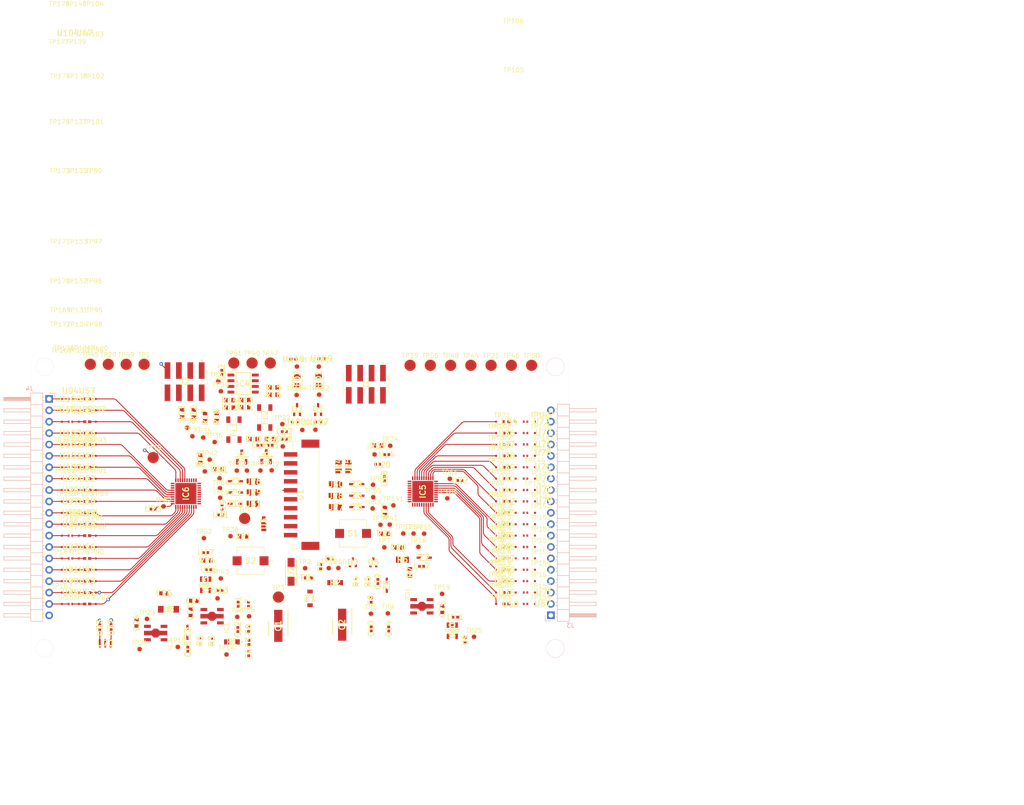
<source format=kicad_pcb>
(kicad_pcb (version 20211014) (generator pcbnew)
  (layers (0 "F.Cu" signal) (1 "In1.Cu" signal) (2 "In2.Cu" signal) (31 "B.Cu" signal) (34 "B.Paste" user) (35 "F.Paste" user) (36 "B.SilkS" user "B.Silkscreen") (37 "F.SilkS" user "F.Silkscreen") (38 "B.Mask" user) (39 "F.Mask" user) (44 "Edge.Cuts" user))
  (net 0 "")
  (net 1 "+BATT")
  (net 2 "Net-(IC6-Pad30)")
  (net 3 "Net-(IC5-Pad30)")
  (net 4 "Net-(IC6-Pad13)")
  (net 5 "Net-(IC5-Pad13)")
  (net 6 "Net-(IC6-Pad11)")
  (net 7 "Net-(C3-Pad1)")
  (net 8 "GND")
  (net 9 "Net-(IC6-Pad10)")
  (net 10 "Net-(IC5-Pad12)")
  (net 11 "Net-(IC6-Pad12)")
  (net 12 "Net-(C15-Pad1)")
  (net 13 "Net-(C16-Pad2)")
  (net 14 "Net-(IC5-Pad11)")
  (net 15 "+5VD")
  (net 16 "+5P")
  (net 17 "+5C")
  (net 18 "Net-(IC5-Pad40)")
  (net 19 "Net-(IC6-Pad40)")
  (net 20 "Net-(IC5-Pad10)")
  (net 21 "Net-(R19-Pad2)")
  (net 22 "Net-(IC4-Pad2)")
  (net 23 "Net-(IC6-Pad3)")
  (net 24 "Net-(IC6-Pad2)")
  (net 25 "Net-(R20-Pad1)")
  (net 26 "Net-(R21-Pad1)")
  (net 27 "Net-(IC5-Pad1)")
  (net 28 "Net-(IC6-Pad1)")
  (net 29 "Net-(FB1-Pad1)")
  (net 30 "Net-(C7-Pad2)")
  (net 31 "Net-(C10-Pad1)")
  (net 32 "Net-(R5-Pad1)")
  (net 33 "Net-(C13-Pad2)")
  (net 34 "Net-(C20-Pad1)")
  (net 35 "Net-(Q2-Pad3)")
  (net 36 "Net-(Q1-Pad3)")
  (net 37 "Net-(Q2-Pad1)")
  (net 38 "Net-(C19-Pad1)")
  (net 39 "Net-(C17-Pad1)")
  (net 40 "Net-(R26-Pad2)")
  (net 41 "Net-(IC6-Pad39)")
  (net 42 "Net-(IC5-Pad39)")
  (net 43 "Net-(C18-Pad1)")
  (net 44 "Net-(Q1-Pad1)")
  (net 45 "Net-(IC4-Pad6)")
  (net 46 "Net-(IC4-Pad5)")
  (net 47 "Net-(IC3-Pad4)")
  (net 48 "Net-(IC4-Pad8)")
  (net 49 "Net-(IC4-Pad7)")
  (net 50 "Net-(IC5-Pad2)")
  (net 51 "Net-(IC5-Pad3)")
  (net 52 "Net-(IC5-Pad5)")
  (net 53 "Net-(IC4-Pad3)")
  (net 54 "Net-(IC6-Pad4)")
  (net 55 "Net-(IC6-Pad5)")
  (net 56 "Net-(C11-Pad2)")
  (net 57 "Net-(IC5-Pad38)")
  (net 58 "Net-(IC5-Pad20)")
  (net 59 "Net-(IC6-Pad20)")
  (net 60 "Net-(IC5-Pad37)")
  (net 61 "Net-(IC6-Pad37)")
  (net 62 "Net-(IC5-Pad36)")
  (net 63 "Net-(IC6-Pad36)")
  (net 64 "Net-(IC5-Pad35)")
  (net 65 "Net-(IC6-Pad35)")
  (net 66 "Net-(J3-Pad3)")
  (net 67 "Net-(J3-Pad4)")
  (net 68 "Net-(J3-Pad5)")
  (net 69 "Net-(J3-Pad11)")
  (net 70 "Net-(J3-Pad6)")
  (net 71 "Net-(J3-Pad7)")
  (net 72 "Net-(J3-Pad8)")
  (net 73 "Net-(J3-Pad9)")
  (net 74 "Net-(J3-Pad10)")
  (net 75 "Net-(J3-Pad13)")
  (net 76 "Net-(J3-Pad15)")
  (net 77 "Net-(J3-Pad16)")
  (net 78 "Net-(J3-Pad17)")
  (net 79 "Net-(J3-Pad18)")
  (net 80 "Net-(J3-Pad14)")
  (net 81 "Net-(TP116-Pad1)")
  (net 82 "Net-(J3-Pad12)")
  (net 83 "Net-(TP140-Pad1)")
  (net 84 "Net-(TP139-Pad1)")
  (net 85 "Net-(TP138-Pad1)")
  (net 86 "Net-(TP137-Pad1)")
  (net 87 "Net-(TP136-Pad1)")
  (net 88 "Net-(TP135-Pad1)")
  (net 89 "Net-(TP134-Pad1)")
  (net 90 "Net-(TP133-Pad1)")
  (net 91 "Net-(TP132-Pad1)")
  (net 92 "Net-(TP131-Pad1)")
  (net 93 "Net-(TP130-Pad1)")
  (net 94 "Net-(TP129-Pad1)")
  (net 95 "Net-(TP128-Pad1)")
  (net 96 "Net-(TP127-Pad1)")
  (net 97 "Net-(TP126-Pad1)")
  (net 98 "Net-(TP125-Pad1)")
  (net 99 "Net-(TP124-Pad1)")
  (net 100 "Net-(TP123-Pad1)")
  (net 101 "Net-(TP122-Pad1)")
  (net 102 "Net-(TP121-Pad1)")
  (net 103 "Net-(TP120-Pad1)")
  (net 104 "Net-(TP119-Pad1)")
  (net 105 "Net-(TP118-Pad1)")
  (net 106 "Net-(TP117-Pad1)")
  (net 107 "Net-(J4-Pad12)")
  (net 108 "Net-(J4-Pad1)")
  (net 109 "Net-(J4-Pad2)")
  (net 110 "Net-(J4-Pad3)")
  (net 111 "Net-(J4-Pad4)")
  (net 112 "Net-(J4-Pad5)")
  (net 113 "Net-(J4-Pad6)")
  (net 114 "Net-(J4-Pad17)")
  (net 115 "Net-(J4-Pad7)")
  (net 116 "Net-(J4-Pad8)")
  (net 117 "Net-(J4-Pad9)")
  (net 118 "Net-(J4-Pad10)")
  (net 119 "Net-(J4-Pad11)")
  (net 120 "Net-(J4-Pad13)")
  (net 121 "Net-(J4-Pad14)")
  (net 122 "Net-(J4-Pad15)")
  (net 123 "Net-(J4-Pad16)")
  (net 124 "Net-(J4-Pad18)")
  (net 125 "Net-(J4-Pad19)")
  (net 126 "Net-(J3-Pad2)")
  (net 127 "Net-(IC5-Pad23)")
  (net 128 "Net-(IC5-Pad25)")
  (net 129 "Net-(IC5-Pad29)")
  (net 130 "Net-(IC5-Pad28)")
  (net 131 "Net-(IC5-Pad27)")
  (net 132 "Net-(IC5-Pad26)")
  (net 133 "Net-(IC5-Pad24)")
  (net 134 "Net-(IC5-Pad21)")
  (net 135 "Net-(IC5-Pad19)")
  (net 136 "Net-(IC5-Pad18)")
  (net 137 "Net-(IC5-Pad17)")
  (net 138 "Net-(IC5-Pad16)")
  (net 139 "Net-(IC5-Pad22)")
  (net 140 "Net-(IC5-Pad14)")
  (net 141 "Net-(IC5-Pad8)")
  (net 142 "Net-(IC5-Pad7)")
  (net 143 "Net-(IC5-Pad6)")
  (net 144 "Net-(IC6-Pad22)")
  (net 145 "Net-(IC6-Pad29)")
  (net 146 "Net-(IC6-Pad28)")
  (net 147 "Net-(IC6-Pad26)")
  (net 148 "Net-(IC6-Pad25)")
  (net 149 "Net-(IC6-Pad24)")
  (net 150 "Net-(IC6-Pad23)")
  (net 151 "Net-(IC6-Pad21)")
  (net 152 "Net-(IC6-Pad19)")
  (net 153 "Net-(IC6-Pad18)")
  (net 154 "Net-(IC6-Pad17)")
  (net 155 "Net-(IC6-Pad16)")
  (net 156 "Net-(IC6-Pad27)")
  (net 157 "Net-(IC6-Pad15)")
  (net 158 "Net-(IC6-Pad14)")
  (net 159 "Net-(IC6-Pad8)")
  (net 160 "Net-(IC6-Pad7)")
  (net 161 "Net-(IC6-Pad6)")
  (net 162 "Net-(TP107-Pad1)")
  (net 163 "Net-(TP108-Pad1)")
  (net 164 "Net-(TP109-Pad1)")
  (net 165 "Net-(TP110-Pad1)")
  (net 166 "Net-(TP111-Pad1)")
  (net 167 "Net-(TP112-Pad1)")
  (net 168 "Net-(TP113-Pad1)")
  (net 169 "Net-(TP114-Pad1)")
  (net 170 "Net-(TP115-Pad1)")
  (net 173 "Net-(U30-Pad2)")
  (net 174 "Net-(U26-Pad1)")
  (net 175 "Net-(U28-Pad2)")
  (net 176 "Net-(U32-Pad2)")
  (net 177 "Net-(U33-Pad2)")
  (net 178 "Net-(U5-Pad2)")
  (net 179 "Net-(IC5-Pad31)")
  (net 180 "Net-(IC6-Pad31)")
  (net 186 "Net-(C5-Pad2)")
  (net 187 "Net-(C3-Pad2)")
  (net 188 "Net-(U1-Pad8)")
  (net 189 "Net-(U1-Pad10)")
  (net 193 "Net-(FL1-Pad1)")
  (net 194 "Net-(FL1-Pad3)")
  (net 195 "Net-(C22-Pad1)")
  (net 196 "Net-(TP25-Pad1)")
  (net 197 "Net-(TP33-Pad1)")
  (net 198 "Net-(TP105-Pad1)")
  (net 199 "Net-(TP106-Pad1)")
  (net 200 "Net-(U110-Pad1)")
  (net 201 "Net-(TP181-Pad1)")
  (net 202 "Net-(TP82-Pad1)")
  (footprint "SamacSys_Parts:CAPC1005X55N" (layer "F.Cu") (at 155.78 117.67)
    (fp_text reference "U13")
    (fp_text value "GCM155R71H222KA37J" hide)
  )
  (footprint "SamacSys_Parts:TestPoint_Pad_D0.5mm" (layer "F.Cu") (at 225.95 100.38)
    (fp_text reference "TP150")
    (fp_text value "TestPoint")
  )
  (footprint "SamacSys_Parts:RESC1608X55N" (layer "F.Cu") (at 155.02 79.03 -90)
    (fp_text reference "R18")
    (fp_text value "RMC16K270FTP" hide)
  )
  (footprint "TestPoint:TestPoint_Pad_D1.0mm" (layer "F.Cu") (at 182.13 112.71)
    (fp_text reference "TP60")
    (fp_text value "TestPoint")
  )
  (footprint "SamacSys_Parts:RESC1608X55N" (layer "F.Cu") (at 147.32 78.23 -90)
    (fp_text reference "R23")
    (fp_text value "RMC16K270FTP" hide)
  )
  (footprint "SamacSys_Parts:RESC1005X40N" (layer "F.Cu") (at 219.59 105.46)
    (fp_text reference "U45")
    (fp_text value "RMC1_16S-561JTH" hide)
  )
  (footprint "SamacSys_Parts:TestPoint_Pad_D0.5mm" (layer "F.Cu") (at 225.95 110.54)
    (fp_text reference "TP154")
    (fp_text value "TestPoint")
  )
  (footprint "SamacSys_Parts:DIOM5025X200N" (layer "F.Cu") (at 171.6 113.56 90)
    (fp_text reference "U2")
    (fp_text value "D1F60-5053" hide)
  )
  (footprint "TestPoint:TestPoint_Pad_D1.0mm" (layer "F.Cu") (at 206.42 97.15)
    (fp_text reference "TP185")
    (fp_text value "TestPoint")
  )
  (footprint "SamacSys_Parts:TSM-104-YY-ZZZ-DV-P-TR" (layer "F.Cu") (at 147.87 71.145)
    (fp_text reference "J2")
    (fp_text value "TSM-104-02-L-DV-P-TR" hide)
  )
  (footprint "SamacSys_Parts:RESC2012X65N" (layer "F.Cu") (at 184.38 90.08 90)
    (fp_text reference "U25")
    (fp_text value "RMC1_10-471JTP" hide)
  )
  (footprint "SamacSys_Parts:RESC1005X40N" (layer "F.Cu") (at 126.16 85.15625 180)
    (fp_text reference "U65")
    (fp_text value "RMC1_16S-561JTH" hide)
  )
  (footprint "SamacSys_Parts:TestPoint_Pad_D0.5mm" (layer "F.Cu") (at 120.52 95.31625)
    (fp_text reference "TP169")
    (fp_text value "TestPoint")
  )
  (footprint "SamacSys_Parts:TestPoint_Pad_D0.5mm" (layer "F.Cu") (at 225.95 105.46)
    (fp_text reference "TP152")
    (fp_text value "TestPoint")
  )
  (footprint "SamacSys_Parts:RESC1608X55N" (layer "F.Cu") (at 195.5 108.13)
    (fp_text reference "R20")
    (fp_text value "RMC1/16SK103FTH43" hide)
  )
  (footprint "TestPoint:TestPoint_Pad_D1.0mm" (layer "F.Cu") (at 155.21 119.46)
    (fp_text reference "TP33")
    (fp_text value "TestPoint")
  )
  (footprint "SamacSys_Parts:5055751071" (layer "F.Cu") (at 174.655 96.365 -90)
    (fp_text reference "U1")
    (fp_text value "505575-1071" hide)
  )
  (footprint "TestPoint:TestPoint_Pad_D1.0mm" (layer "F.Cu") (at 158.1 105.59)
    (fp_text reference "TP38")
    (fp_text value "TestPoint")
  )
  (footprint "SamacSys_Parts:SOD2512X110N" (layer "F.Cu") (at 186.265 96.57)
    (fp_text reference "Z6")
    (fp_text value "PZU5.6B3A,115" hide)
  )
  (footprint "SamacSys_Parts:TestPoint_Pad_D0.5mm" (layer "F.Cu") (at 120.52 102.93625)
    (fp_text reference "TP160")
    (fp_text value "TestPoint")
  )
  (footprint "SamacSys_Parts:ERJ6ENF1000V" (layer "F.Cu") (at 158.415 129.17 180)
    (fp_text reference "R1")
    (fp_text value "ERJ-6ENF4702V" hide)
  )
  (footprint "SamacSys_Parts:CAPC1005X55N" (layer "F.Cu") (at 162.1 120.77 -90)
    (fp_text reference "C7")
    (fp_text value "GCM155R71H104KE02D" hide)
  )
  (footprint "SamacSys_Parts:CAPC1005X55N" (layer "F.Cu") (at 170.09 82.27)
    (fp_text reference "C22")
    (fp_text value "GCM155R71H104KE02D" hide)
  )
  (footprint "SamacSys_Parts:ERJ8ENF1000V" (layer "F.Cu") (at 144.285 121.9 180)
    (fp_text reference "U8")
    (fp_text value "ERJ-8GEY0R00V" hide)
  )
  (footprint "SamacSys_Parts:TestPoint_Pad_D0.5mm" (layer "F.Cu") (at 221.66 82.6)
    (fp_text reference "TP108")
    (fp_text value "TestPoint")
  )
  (footprint "SamacSys_Parts:RESC1608X55N" (layer "F.Cu") (at 161.38 76.86 180)
    (fp_text reference "R11")
    (fp_text value "RMC1/16SK60R4FTH" hide)
  )
  (footprint "SamacSys_Parts:NFZ15SG152SN10B" (layer "F.Cu") (at 122.435 120.71625 180)
    (fp_text reference "U88")
    (fp_text value "BLM15AG601SH1D" hide)
  )
  (footprint "SamacSys_Parts:TestPoint_Pad_D0.5mm" (layer "F.Cu") (at 217.29 105.46)
    (fp_text reference "TP78")
    (fp_text value "TestPoint")
  )
  (footprint "SamacSys_Parts:BLM18EG121SH1D" (layer "F.Cu") (at 175.455 114.9)
    (fp_text reference "FB1")
    (fp_text value "BLM18KG601SZ1D" hide)
  )
  (footprint "SamacSys_Parts:NFZ15SG152SN10B" (layer "F.Cu") (at 223.845 90.22)
    (fp_text reference "U76")
    (fp_text value "BLM15AG601SH1D" hide)
  )
  (footprint "SamacSys_Parts:TestPoint_Pad_D0.5mm" (layer "F.Cu") (at 217.29 97.84)
    (fp_text reference "TP81")
    (fp_text value "TestPoint")
  )
  (footprint "SamacSys_Parts:TestPoint_Pad_D0.5mm" (layer "F.Cu") (at 120.52 90.23625)
    (fp_text reference "TP171")
    (fp_text value "TestPoint")
  )
  (footprint "SamacSys_Parts:TestPoint_Pad_D0.5mm" (layer "F.Cu") (at 124.3 108.01625)
    (fp_text reference "TP127")
    (fp_text value "TestPoint")
  )
  (footprint "SamacSys_Parts:TestPoint_Pad_D0.5mm" (layer "F.Cu") (at 128.08 74.99625)
    (fp_text reference "TP104")
    (fp_text value "TestPoint")
  )
  (footprint "SamacSys_Parts:TestPoint_Pad_D0.5mm" (layer "F.Cu") (at 225.95 80.06)
    (fp_text reference "TP145")
    (fp_text value "TestPoint")
  )
  (footprint "SamacSys_Parts:RESC2012X65N" (layer "F.Cu") (at 181.5 99.14 180)
    (fp_text reference "U27")
    (fp_text value "RMC1_10-471JTP" hide)
  )
  (footprint "SamacSys_Parts:SOD2512X110N" (layer "F.Cu") (at 186.225 93.99)
    (fp_text reference "Z8")
    (fp_text value "PZU5.6B3A,115" hide)
  )
  (footprint "TestPoint:TestPoint_Pad_D1.0mm" (layer "F.Cu") (at 149.61 83.32)
    (fp_text reference "TP57")
    (fp_text value "TestPoint")
  )
  (footprint "TestPoint:TestPoint_Pad_D1.0mm" (layer "F.Cu") (at 169.65 80.61)
    (fp_text reference "TP22")
    (fp_text value "TestPoint")
  )
  (footprint "SamacSys_Parts:TestPoint_Pad_D0.5mm" (layer "F.Cu") (at 128.08 95.31625)
    (fp_text reference "TP95")
    (fp_text value "TestPoint")
  )
  (footprint "TestPoint:TestPoint_Pad_D1.0mm" (layer "F.Cu") (at 174.73 112.74)
    (fp_text reference "TP2")
    (fp_text value "TestPoint")
  )
  (footprint "SamacSys_Parts:CAPC1005X55N" (layer "F.Cu") (at 164.65 85.32 180)
    (fp_text reference "C16")
    (fp_text value "GCM155R71H104KE02D" hide)
  )
  (footprint "SamacSys_Parts:ERJS02_U02__0402_" (layer "F.Cu") (at 153.9525 128.95 90)
    (fp_text reference "R3")
    (fp_text value "ERJ-U02F5102X" hide)
  )
  (footprint "SamacSys_Parts:NFZ15SG152SN10B" (layer "F.Cu") (at 122.435 77.53625 180)
    (fp_text reference "U105")
    (fp_text value "BLM15AG601SH1D" hide)
  )
  (footprint "SamacSys_Parts:CAPC1005X55N" (layer "F.Cu") (at 178.18 112.41 90)
    (fp_text reference "C5")
    (fp_text value "GCM155R71H104KE02D" hide)
  )
  (footprint "SamacSys_Parts:RESC1005X40N" (layer "F.Cu") (at 126.16 92.77625 180)
    (fp_text reference "U62")
    (fp_text value "RMC1_16S-561JTH" hide)
  )
  (footprint "SamacSys_Parts:CAPC1005X55N" (layer "F.Cu") (at 159.81 120.76 -90)
    (fp_text reference "C11")
    (fp_text value "GCM155R71H104KE02D" hide)
  )
  (footprint "SamacSys_Parts:TestPoint_Pad_D0.5mm" (layer "F.Cu") (at 221.66 120.7)
    (fp_text reference "TP121")
    (fp_text value "TestPoint")
  )
  (footprint "SamacSys_Parts:NFZ15SG152SN10B" (layer "F.Cu") (at 122.435 92.77625 180)
    (fp_text reference "U99")
    (fp_text value "BLM15AG601SH1D" hide)
  )
  (footprint "SamacSys_Parts:SOT95P237X95-3N" (layer "F.Cu") (at 160.605 87.95 90)
    (fp_text reference "U4")
    (fp_text value "TPD2E2U06QDBZRQ1" hide)
  )
  (footprint "SamacSys_Parts:RESC1005X40N" (layer "F.Cu") (at 178.34 66.02)
    (fp_text reference "U109")
    (fp_text value "RMC1_16S-472JTH" hide)
  )
  (footprint "SamacSys_Parts:NFZ15SG152SN10B" (layer "F.Cu") (at 223.845 85.14)
    (fp_text reference "U74")
    (fp_text value "BLM15AG601SH1D" hide)
  )
  (footprint "SamacSys_Parts:TestPoint_Pad_D0.5mm" (layer "F.Cu") (at 120.52 97.85625)
    (fp_text reference "TP168")
    (fp_text value "TestPoint")
  )
  (footprint "TestPoint:TestPoint_Pad_D1.0mm" (layer "F.Cu") (at 194.4 98.73)
    (fp_text reference "TP141")
    (fp_text value "TestPoint")
  )
  (footprint "TestPoint:TestPoint_Pad_D1.0mm" (layer "F.Cu") (at 137.85 130.77)
    (fp_text reference "TP24")
    (fp_text value "TestPoint")
  )
  (footprint "SamacSys_Parts:RESC1608X55N" (layer "F.Cu") (at 167.69 74.06 180)
    (fp_text reference "R16")
    (fp_text value "RMC16K270FTP" hide)
  )
  (footprint "SamacSys_Parts:TestPoint_Pad_D0.5mm" (layer "F.Cu") (at 120.52 74.99625)
    (fp_text reference "TP178")
    (fp_text value "TestPoint")
  )
  (footprint "SamacSys_Parts:TestPoint_Pad_D0.5mm" (layer "F.Cu") (at 217.29 118.16)
    (fp_text reference "TP84")
    (fp_text value "TestPoint")
  )
  (footprint "SamacSys_Parts:TSM-104-YY-ZZZ-DV-P-TR" (layer "F.Cu") (at 188.27 71.715)
    (fp_text reference "J1")
    (fp_text value "TSM-104-02-L-DV-P-TR" hide)
  )
  (footprint "SamacSys_Parts:RESC1005X40N" (layer "F.Cu") (at 126.16 80.07625 180)
    (fp_text reference "U67")
    (fp_text value "RMC1_16S-561JTH" hide)
  )
  (footprint "SamacSys_Parts:TestPoint_Pad_D0.5mm" (layer "F.Cu") (at 221.66 92.76)
    (fp_text reference "TP111")
    (fp_text value "TestPoint")
  )
  (footprint "SamacSys_Parts:TestPoint_Pad_D0.5mm" (layer "F.Cu") (at 221.66 113.08)
    (fp_text reference "TP118")
    (fp_text value "TestPoint")
  )
  (footprint "SamacSys_Parts:TestPoint_Pad_D0.5mm" (layer "F.Cu") (at 221.66 97.84)
    (fp_text reference "TP117")
    (fp_text value "TestPoint")
  )
  (footprint "SamacSys_Parts:SOT95P275X130-5N" (layer "F.Cu") (at 207.53 126.68 -90)
    (fp_text reference "U10")
    (fp_text value "S-19100N28H-M5T2U" hide)
  )
  (footprint "SamacSys_Parts:SOD2512X110N" (layer "F.Cu") (at 186.275 99.1)
    (fp_text reference "Z5")
    (fp_text value "PZU5.6B3A,115" hide)
  )
  (footprint "SamacSys_Parts:CAPC1005X55N" (layer "F.Cu") (at 166.93 85.32 180)
    (fp_text reference "C15")
    (fp_text value "GCM155R71H104KE02D" hide)
  )
  (footprint "SamacSys_Parts:CAPC1005X55N" (layer "F.Cu") (at 189.44 119.85 -90)
    (fp_text reference "C9")
    (fp_text value "GCM155R71H104KE02D" hide)
  )
  (footprint "TestPoint:TestPoint_Pad_D1.0mm" (layer "F.Cu") (at 167.29 90.91)
    (fp_text reference "TP12")
    (fp_text value "TestPoint")
  )
  (footprint "TestPoint:TestPoint_Pad_D1.0mm" (layer "F.Cu") (at 155.75 94.89)
    (fp_text reference "TP66")
    (fp_text value "TestPoint")
  )
  (footprint "TestPoint:TestPoint_Pad_D1.0mm" (layer "F.Cu") (at 139.48 124.04)
    (fp_text reference "TP23")
    (fp_text value "TestPoint")
  )
  (footprint "SamacSys_Parts:RESC1005X40N" (layer "F.Cu") (at 208.2 123.65 180)
    (fp_text reference "U11")
    (fp_text value "RMC1_16S-472JTH" hide)
  )
  (footprint "SamacSys_Parts:CAPC1005X55N" (layer "F.Cu") (at 159.73 126.41 -90)
    (fp_text reference "C12")
    (fp_text value "GCM155R71H104KE02D" hide)
  )
  (footprint "TestPoint:TestPoint_Pad_D1.0mm" (layer "F.Cu") (at 152.18 106.04)
    (fp_text reference "TP52")
    (fp_text value "TestPoint")
  )
  (footprint "SamacSys_Parts:NFZ15SG152SN10B" (layer "F.Cu") (at 223.845 102.92)
    (fp_text reference "U81")
    (fp_text value "BLM15AG601SH1D" hide)
  )
  (footprint "SamacSys_Parts:TestPoint_Pad_D0.5mm" (layer "F.Cu") (at 120.52 85.15625)
    (fp_text reference "TP174")
    (fp_text value "TestPoint")
  )
  (footprint "SamacSys_Parts:TestPoint_Pad_D0.5mm" (layer "F.Cu") (at 124.3 113.09625)
    (fp_text reference "TP125")
    (fp_text value "TestPoint")
  )
  (footprint "SamacSys_Parts:TestPoint_Pad_D0.5mm" (layer "F.Cu") (at 221.66 118.16)
    (fp_text reference "TP120")
    (fp_text value "TestPoint")
  )
  (footprint "SamacSys_Parts:TestPoint_Pad_D0.5mm" (layer "F.Cu") (at 120.52 77.53625)
    (fp_text reference "TP177")
    (fp_text value "TestPoint")
  )
  (footprint "SamacSys_Parts:TestPoint_Pad_D0.5mm" (layer "F.Cu") (at 217.29 82.6)
    (fp_text reference "TP72")
    (fp_text value "TestPoint")
  )
  (footprint "SamacSys_Parts:TestPoint_Pad_D0.5mm" (layer "F.Cu") (at 221.66 108)
    (fp_text reference "TP115")
    (fp_text value "TestPoint")
  )
  (footprint "SamacSys_Parts:QFN50P600X600X60-41N-D" (layer "F.Cu") (at 200.955 95.635 90)
    (fp_text reference "IC5")
    (fp_text value "CY8C4147LQE-S473" hide)
  )
  (footprint "SamacSys_Parts:RESC1005X40N" (layer "F.Cu") (at 219.59 85.14)
    (fp_text reference "U37")
    (fp_text value "RMC1_16S-561JTH" hide)
  )
  (footprint "SamacSys_Parts:SOT-89-5" (layer "F.Cu") (at 197.03 118.63 -90)
    (fp_text reference "IC2")
    (fp_text value "S-19212D50A-M5T1U")
  )
  (footprint "SamacSys_Parts:NFZ15SG152SN10B" (layer "F.Cu") (at 223.845 82.6)
    (fp_text reference "U73")
    (fp_text value "BLM15AG601SH1D" hide)
  )
  (footprint "SamacSys_Parts:SOT-89-5" (layer "F.Cu") (at 157.72 126.04 90)
    (fp_text reference "IC1")
    (fp_text value "S-19212D50A-M5T1U")
  )
  (footprint "TestPoint:TestPoint_Pad_D1.0mm" (layer "F.Cu") (at 164.77 90.95)
    (fp_text reference "TP13")
    (fp_text value "TestPoint")
  )
  (footprint "SamacSys_Parts:TestPoint_Pad_D0.5mm" (layer "F.Cu") (at 225.95 87.68)
    (fp_text reference "TP148")
    (fp_text value "TestPoint")
  )
  (footprint "SamacSys_Parts:TestPoint_Pad_D0.5mm" (layer "F.Cu") (at 128.08 82.61625)
    (fp_text reference "TP101")
    (fp_text value "TestPoint")
  )
  (footprint "SamacSys_Parts:RESC2012X65N" (layer "F.Cu") (at 163.15 98.39 180)
    (fp_text reference "U31")
    (fp_text value "RMC1_10-471JTP" hide)
  )
  (footprint "SamacSys_Parts:RESC1005X40N" (layer "F.Cu") (at 126.16 74.99625 180)
    (fp_text reference "U69")
    (fp_text value "RMC1_16S-561JTH" hide)
  )
  (footprint "SamacSys_Parts:TestPoint_Pad_D0.5mm" (layer "F.Cu") (at 221.66 85.14)
    (fp_text reference "TP109")
    (fp_text value "TestPoint")
  )
  (footprint "SamacSys_Parts:RESC1608X55N" (layer "F.Cu") (at 157.88 75.27)
    (fp_text reference "R14")
    (fp_text value "RMC16K270FTP" hide)
  )
  (footprint "SamacSys_Parts:CAPC1005X55N" (layer "F.Cu") (at 180.31 110.65)
    (fp_text reference "C6")
    (fp_text value "GCM155R71H104KE02D" hide)
  )
  (footprint "TestPoint:TestPoint_Pad_D1.0mm" (layer "F.Cu") (at 143.18 98.95)
    (fp_text reference "TP62")
    (fp_text value "TestPoint")
  )
  (footprint "SamacSys_Parts:RESC1005X40N" (layer "F.Cu") (at 126.16 118.17625 180)
    (fp_text reference "U52")
    (fp_text value "RMC1_16S-561JTH" hide)
  )
  (footprint "TestPoint:TestPoint_Pad_D2.5mm" (layer "F.Cu") (at 207.153332 67.5)
    (fp_text reference "TP48")
    (fp_text value "TestPoint")
  )
  (footprint "SamacSys_Parts:CAPC1608X90N" (layer "F.Cu") (at 137.17 124.93 90)
    (fp_text reference "C24")
    (fp_text value "GCM188R71C105KA64D" hide)
  )
  (footprint "SamacSys_Parts:MSE1PJHM3J89A" (layer "F.Cu") (at 165.515 102.825 90)
    (fp_text reference "U3")
    (fp_text value "MSE1PJHM3J_89A" hide)
  )
  (footprint "SamacSys_Parts:TestPoint_Pad_D0.5mm" (layer "F.Cu") (at 120.52 82.61625)
    (fp_text reference "TP175")
    (fp_text value "TestPoint")
  )
  (footprint "TestPoint:TestPoint_Pad_D1.0mm" (layer "F.Cu") (at 189.87 94.13)
    (fp_text reference "TP67")
    (fp_text value "TestPoint")
  )
  (footprint "SamacSys_Parts:TestPoint_Pad_D0.5mm" (layer "F.Cu") (at 221.66 80.06)
    (fp_text reference "TP107")
    (fp_text value "TestPoint")
  )
  (footprint "SamacSys_Parts:NFZ15SG152SN10B" (layer "F.Cu") (at 122.435 102.93625 180)
    (fp_text reference "U95")
    (fp_text value "BLM15AG601SH1D" hide)
  )
  (footprint "SamacSys_Parts:NFZ15SG152SN10B" (layer "F.Cu") (at 223.845 92.76)
    (fp_text reference "U77")
    (fp_text value "BLM15AG601SH1D" hide)
  )
  (footprint "SamacSys_Parts:RESC2012X65N" (layer "F.Cu") (at 182.18 90.1 90)
    (fp_text reference "U24")
    (fp_text value "RMC1_10-471JTP" hide)
  )
  (footprint "SamacSys_Parts:NFZ15SG152SN10B" (layer "F.Cu") (at 122.435 74.99625 180)
    (fp_text reference "U106")
    (fp_text value "BLM15AG601SH1D" hide)
  )
  (footprint "TestPoint:TestPoint_Pad_D1.0mm" (layer "F.Cu") (at 155.39 71.05)
    (fp_text reference "TP32")
    (fp_text value "TestPoint")
  )
  (footprint "SamacSys_Parts:TestPoint_Pad_D0.5mm" (layer "F.Cu") (at 217.29 108)
    (fp_text reference "TP79")
    (fp_text value "TestPoint")
  )
  (footprint "TestPoint:TestPoint_Pad_D2.5mm" (layer "F.Cu") (at 211.664998 67.5)
    (fp_text reference "TP44")
    (fp_text value "TestPoint")
  )
  (footprint "SamacSys_Parts:RESC1005X40N" (layer "F.Cu") (at 219.59 115.62)
    (fp_text reference "U49")
    (fp_text value "RMC1_16S-561JTH" hide)
  )
  (footprint "SamacSys_Parts:NFZ15SG152SN10B" (layer "F.Cu") (at 122.435 85.15625 180)
    (fp_text reference "U102")
    (fp_text value "BLM15AG601SH1D" hide)
  )
  (footprint "SamacSys_Parts:RESC1005X40N" (layer "F.Cu") (at 126.16 110.55625 180)
    (fp_text reference "U55")
    (fp_text value "RMC1_16S-561JTH" hide)
  )
  (footprint "TestPoint:TestPoint_Pad_D1.0mm" (layer "F.Cu") (at 155.96 73.29)
    (fp_text reference "TP30")
    (fp_text value "TestPoint")
  )
  (footprint "TestPoint:TestPoint_Pad_D1.0mm" (layer "F.Cu") (at 199.97 107.99)
    (fp_text reference "TP16")
    (fp_text value "TestPoint")
  )
  (footprint "SamacSys_Parts:CAPAE430X550N" (layer "F.Cu") (at 168.75 125.595 -90)
    (fp_text reference "C1")
    (fp_text value "RSVVS010M1UBC3001U" hide)
  )
  (footprint "SamacSys_Parts:RESC1608X55N" (layer "F.Cu") (at 151.39 88.38 -90)
    (fp_text reference "R25")
    (fp_text value "RMC1/16SK103FTH43" hide)
  )
  (footprint "SamacSys_Parts:TestPoint_Pad_D0.5mm" (layer "F.Cu") (at 120.52 105.47625)
    (fp_text reference "TP166")
    (fp_text value "TestPoint")
  )
  (footprint "SamacSys_Parts:TestPoint_Pad_D0.5mm" (layer "F.Cu") (at 221.66 95.3)
    (fp_text reference "TP105")
    (fp_text value "TestPoint")
  )
  (footprint "SamacSys_Parts:NFZ15SG152SN10B" (layer "F.Cu") (at 122.435 97.85625 180)
    (fp_text reference "U97")
    (fp_text value "BLM15AG601SH1D" hide)
  )
  (footprint "SamacSys_Parts:NFZ15SG152SN10B" (layer "F.Cu") (at 223.845 110.54)
    (fp_text reference "U84")
    (fp_text value "BLM15AG601SH1D" hide)
  )
  (footprint "SamacSys_Parts:CAPC1005X55N" (layer "F.Cu") (at 170.09 83.96)
    (fp_text reference "C20")
    (fp_text value "GCM155R71H104KE02D" hide)
  )
  (footprint "TestPoint:TestPoint_Pad_D1.0mm" (layer "F.Cu") (at 198.9 105.01)
    (fp_text reference "TP54")
    (fp_text value "TestPoint")
  )
  (footprint "SamacSys_Parts:CAPC1608X90N" (layer "F.Cu") (at 143.295 118.36 180)
    (fp_text reference "C26")
    (fp_text value "GCM188R71C105KA64D" hide)
  )
  (footprint "TestPoint:TestPoint_Pad_D1.0mm" (layer "F.Cu") (at 159.51 90.97)
    (fp_text reference "TP11")
    (fp_text value "TestPoint")
  )
  (footprint "SamacSys_Parts:TestPoint_Pad_D0.5mm" (layer "F.Cu") (at 225.95 120.7)
    (fp_text reference "TP159")
    (fp_text value "TestPoint")
  )
  (footprint "SamacSys_Parts:DLW43SH110XK2K" (layer "F.Cu") (at 158.865 81.835 -90)
    (fp_text reference "FL1")
    (fp_text value "DLW43SH510XK2L" hide)
  )
  (footprint "SamacSys_Parts:CSTNE10M0G55A000R0" (layer "F.Cu") (at 130.175 129.475)
    (fp_text reference "U70")
    (fp_text value "CSTNE10M0G55A000R0" hide)
  )
  (footprint "SamacSys_Parts:SOD2512X110N" (layer "F.Cu") (at 192.935 116.54 90)
    (fp_text reference "Z4")
    (fp_text value "PZU5.6B3A,115" hide)
  )
  (footprint "SamacSys_Parts:NFZ15SG152SN10B" (layer "F.Cu") (at 223.845 95.3)
    (fp_text reference "U78")
    (fp_text value "BLM15AG601SH1D" hide)
  )
  (footprint "SamacSys_Parts:CAPC1608X90N" (layer "F.Cu") (at 205.315 121.9 90)
    (fp_text reference "C25")
    (fp_text value "GCM188R71C105KA64D" hide)
  )
  (footprint "SamacSys_Parts:RESC1005X40N" (layer "F.Cu") (at 219.59 120.7)
    (fp_text reference "U50")
    (fp_text value "RMC1_16S-561JTH" hide)
  )
  (footprint "SamacSys_Parts:CAPC1005X55N" (layer "F.Cu") (at 148.59 130.79 -90)
    (fp_text reference "C18")
    (fp_text value "GRM155R71C104KA88D" hide)
  )
  (footprint "SamacSys_Parts:RESC1005X40N" (layer "F.Cu") (at 219.59 108)
    (fp_text reference "U46")
    (fp_text value "RMC1_16S-561JTH" hide)
  )
  (footprint "SamacSys_Parts:RESC1005X40N" (layer "F.Cu") (at 219.59 113.08)
    (fp_text reference "U48")
    (fp_text value "RMC1_16S-561JTH" hide)
  )
  (footprint "SamacSys_Parts:CAPC1608X90N" (layer "F.Cu") (at 149.245 122.58 -90)
    (fp_text reference "C23")
    (fp_text value "GCM188R71C105KA64D" hide)
  )
  (footprint "SamacSys_Parts:CAPC1608X90N" (layer "F.Cu") (at 149.92 120.02 180)
    (fp_text reference "C21")
    (fp_text value "GCM188R71C105KA64D" hide)
  )
  (footprint "TestPoint:TestPoint_Pad_D2.5mm" (layer "F.Cu") (at 198.13 67.5)
    (fp_text reference "TP39")
    (fp_text value "TestPoint")
  )
  (footprint "TestPoint:TestPoint_Pad_D2.5mm" (layer "F.Cu") (at 126.874768 67.27)
    (fp_text reference "TP45")
    (fp_text value "TestPoint")
  )
  (footprint "SamacSys_Parts:TestPoint_Pad_D0.5mm" (layer "F.Cu") (at 217.29 115.62)
    (fp_text reference "TP83")
    (fp_text value "TestPoint")
  )
  (footprint "TestPoint:TestPoint_Pad_D2.5mm" (layer "F.Cu") (at 134.858256 67.27)
    (fp_text reference "TP49")
    (fp_text value "TestPoint")
  )
  (footprint "SamacSys_Parts:CAPC1005X55N" (layer "F.Cu") (at 192.42 92.76 90)
    (fp_text reference "U18")
    (fp_text value "GCM155R71C104KA55D" hide)
  )
  (footprint "SamacSys_Parts:RESC1005X40N" (layer "F.Cu") (at 172.46 80.14 180)
    (fp_text reference "U108")
    (fp_text value "RMC1_16S-472JTH" hide)
  )
  (footprint "SamacSys_Parts:NFZ15SG152SN10B" (layer "F.Cu") (at 122.435 100.39625 180)
    (fp_text reference "U96")
    (fp_text value "BLM15AG601SH1D" hide)
  )
  (footprint "SamacSys_Parts:ERJS02_U02__0402_" (layer "F.Cu") (at 151.3125 128.93 90)
    (fp_text reference "R6")
    (fp_text value "ERJ-U02F5102X" hide)
  )
  (footprint "SamacSys_Parts:TestPoint_Pad_D0.5mm" (layer "F.Cu") (at 217.29 120.7)
    (fp_text reference "TP85")
    (fp_text value "TestPoint")
  )
  (footprint "TestPoint:TestPoint_Pad_D2.5mm" (layer "F.Cu") (at 158.84 66.99)
    (fp_text reference "TP51")
    (fp_text value "TestPoint")
  )
  (footprint "TestPoint:TestPoint_Pad_D1.0mm" (layer "F.Cu") (at 159.61 123.6)
    (fp_text reference "TP8")
    (fp_text value "TestPoint")
  )
  (footprint "SamacSys_Parts:TestPoint_Pad_D0.5mm" (layer "F.Cu") (at 128.08 90.23625)
    (fp_text reference "TP97")
    (fp_text value "TestPoint")
  )
  (footprint "TestPoint:TestPoint_Pad_D1.0mm" (layer "F.Cu") (at 189.78 99.42)
    (fp_text reference "TP63")
    (fp_text value "TestPoint")
  )
  (footprint "SamacSys_Parts:RESC1005X40N" (layer "F.Cu") (at 219.59 92.76)
    (fp_text reference "U40")
    (fp_text value "RMC1_16S-561JTH" hide)
  )
  (footprint "SamacSys_Parts:CAPC1005X55N" (layer "F.Cu") (at 190.94 115.71 90)
    (fp_text reference "C19")
    (fp_text value "GRM155R71C104KA88D" hide)
  )
  (footprint "SamacSys_Parts:TestPoint_Pad_D0.5mm" (layer "F.Cu") (at 225.95 82.6)
    (fp_text reference "TP146")
    (fp_text value "TestPoint")
  )
  (footprint "SamacSys_Parts:TestPoint_Pad_D0.5mm" (layer "F.Cu") (at 124.3 74.99625)
    (fp_text reference "TP140")
    (fp_text value "TestPoint")
  )
  (footprint "SamacSys_Parts:CAPC1005X55N" (layer "F.Cu") (at 192.91 87.4)
    (fp_text reference "U14")
    (fp_text value "GCM155R71C104KA55D" hide)
  )
  (footprint "TestPoint:TestPoint_Pad_D1.0mm" (layer "F.Cu") (at 152.39 91.15)
    (fp_text reference "TP142")
    (fp_text value "TestPoint")
  )
  (footprint "SamacSys_Parts:TestPoint_Pad_D0.5mm" (layer "F.Cu") (at 128.08 80.07625)
    (fp_text reference "TP102")
    (fp_text value "TestPoint")
  )
  (footprint "SamacSys_Parts:NFZ15SG152SN10B" (layer "F.Cu") (at 122.435 95.31625 180)
    (fp_text reference "U98")
    (fp_text value "BLM15AG601SH1D" hide)
  )
  (footprint "SamacSys_Parts:RESC1608X55N" (layer "F.Cu") (at 152.89 111.04)
    (fp_text reference "R26")
    (fp_text value "RMC16K102FTP" hide)
  )
  (footprint "SamacSys_Parts:TestPoint_Pad_D0.5mm" (layer "F.Cu") (at 128.08 87.69625)
    (fp_text reference "TP99")
    (fp_text value "TestPoint")
  )
  (footprint "TestPoint:TestPoint_Pad_D2.5mm" (layer "F.Cu") (at 220.68833 67.5)
    (fp_text reference "TP46")
    (fp_text value "TestPoint")
  )
  (footprint "SamacSys_Parts:RESC1608X55N" (layer "F.Cu") (at 166.95 83.96 180)
    (fp_text reference "R9")
    (fp_text value "RMC1/16SK60R4FTH" hide)
  )
  (footprint "SamacSys_Parts:NFZ15SG152SN10B" (layer "F.Cu") (at 122.435 118.17625 180)
    (fp_text reference "U89")
    (fp_text value "BLM15AG601SH1D" hide)
  )
  (footprint "TestPoint:TestPoint_Pad_D1.0mm" (layer "F.Cu") (at 193.17 122.81)
    (fp_text reference "TP9")
    (fp_text value "TestPoint")
  )
  (footprint "SamacSys_Parts:DTA144EU3HZGT106" (layer "F.Cu") (at 189.925 111.435)
    (fp_text reference "U5")
    (fp_text value "DTA144EU3HZGT106" hide)
  )
  (footprint "SamacSys_Parts:TestPoint_Pad_D0.5mm" (layer "F.Cu") (at 124.3 95.31625)
    (fp_text reference "TP131")
    (fp_text value "TestPoint")
  )
  (footprint "SamacSys_Parts:NFZ15SG152SN10B" (layer "F.Cu") (at 223.845 115.62)
    (fp_text reference "U86")
    (fp_text value "BLM15AG601SH1D" hide)
  )
  (footprint "TestPoint:TestPoint_Pad_D1.0mm" (layer "F.Cu") (at 193.59 103.01)
    (fp_text reference "TP41")
    (fp_text value "TestPoint")
  )
  (footprint "SamacSys_Parts:RESC1005X40N" (layer "F.Cu") (at 153.22 113.07 180)
    (fp_text reference "U16")
    (fp_text value "RMC1_16S-472JTH" hide)
  )
  (footprint "TestPoint:TestPoint_Pad_D1.0mm" (layer "F.Cu") (at 190.21 87.37)
    (fp_text reference "TP31")
    (fp_text value "TestPoint")
  )
  (footprint "TestPoint:TestPoint_Pad_D1.0mm" (layer "F.Cu") (at 196.6 105)
    (fp_text reference "TP53")
    (fp_text value "TestPoint")
  )
  (footprint "SamacSys_Parts:TestPoint_Pad_D0.5mm" (layer "F.Cu") (at 221.66 110.54)
    (fp_text reference "TP116")
    (fp_text value "TestPoint")
  )
  (footprint "SamacSys_Parts:TestPoint_Pad_D0.5mm" (layer "F.Cu") (at 217.29 80.06)
    (fp_text reference "TP71")
    (fp_text value "TestPoint")
  )
  (footprint "SamacSys_Parts:TestPoint_Pad_D0.5mm" (layer "F.Cu") (at 124.3 82.61625)
    (fp_text reference "TP137")
    (fp_text value "TestPoint")
  )
  (footprint "SamacSys_Parts:RESC1608X55N" (layer "F.Cu") (at 152.44 79.06 -90)
    (fp_text reference "R17")
    (fp_text value "RMC16K270FTP" hide)
  )
  (footprint "SamacSys_Parts:CAPC1005X55N" (layer "F.Cu") (at 155.92 100.86)
    (fp_text reference "U21")
    (fp_text value "GCM155R71C104KA55D" hide)
  )
  (footprint "TestPoint:TestPoint_Pad_D1.0mm" (layer "F.Cu") (at 172.91 67.77)
    (fp_text reference "TP183")
    (fp_text value "TestPoint")
  )
  (footprint "SamacSys_Parts:CAPC1005X55N" (layer "F.Cu") (at 193.35 126.3 -90)
    (fp_text reference "C14")
    (fp_text value "GCM155R71H104KE02D" hide)
  )
  (footprint "SamacSys_Parts:SOD2512X110N" (layer "F.Cu") (at 148.505 127.05 90)
    (fp_text reference "Z3")
    (fp_text value "PZU5.6B3A,115" hide)
  )
  (footprint "SamacSys_Parts:CAPC1005X55N" (layer "F.Cu") (at 210.36 128.71 -90)
    (fp_text reference "U9")
    (fp_text value "GCM155R71H222KA37J" hide)
  )
  (footprint "TestPoint:TestPoint_Pad_D1.0mm" (layer "F.Cu") (at 206.97 92.8)
    (fp_text reference "TP61")
    (fp_text value "TestPoint")
  )
  (footprint "SamacSys_Parts:CAPC1005X55N" (layer "F.Cu") (at 162.15 131.79 -90)
    (fp_text reference "C4")
    (fp_text value "GCM155R71H104KE02D" hide)
  )
  (footprint "SamacSys_Parts:TestPoint_Pad_D0.5mm" (layer "F.Cu") (at 120.52 113.09625)
    (fp_text reference "TP163")
    (fp_text value "TestPoint")
  )
  (footprint "SamacSys_Parts:RESC1005X40N" (layer "F.Cu") (at 219.59 97.84)
    (fp_text reference "U42")
    (fp_text value "RMC1_16S-561JTH" hide)
  )
  (footprint "SamacSys_Parts:RESC2012X65N" (layer "F.Cu") (at 163.14 93.44)
    (fp_text reference "U26")
    (fp_text value "RMC1_10-471JTP" hide)
  )
  (footprint "SamacSys_Parts:SKTRAEE010" (layer "F.Cu") (at 185.415 104.985)
    (fp_text reference "S1")
    (fp_text value "SKTRAEE010" hide)
  )
  (footprint "TestPoint:TestPoint_Pad_D1.0mm" (layer "F.Cu") (at 161.76 90.96)
    (fp_text reference "TP10")
    (fp_text value "TestPoint")
  )
  (footprint "SamacSys_Parts:RESC1608X55N" (layer "F.Cu") (at 160.94 105.65)
    (fp_text reference "R21")
    (fp_text value "RMC1/16SK103FTH43" hide)
  )
  (footprint "TestPoint:TestPoint_Pad_D1.0mm" (layer "F.Cu") (at 172.85 74.13)
    (fp_text reference "TP184")
    (fp_text value "TestPoint")
  )
  (footprint "SamacSys_Parts:TestPoint_Pad_D0.5mm" (layer "F.Cu") (at 124.3 118.17625)
    (fp_text reference "TP124")
    (fp_text value "TestPoint")
  )
  (footprint "SamacSys_Parts:TestPoint_Pad_D0.5mm" (layer "F.Cu") (at 128.08 92.77625)
    (fp_text reference "TP96")
    (fp_text value "TestPoint")
  )
  (footprint "SamacSys_Parts:TestPoint_Pad_D0.5mm" (layer "F.Cu") (at 217.29 110.54)
    (fp_text reference "TP80")
    (fp_text value "TestPoint")
  )
  (footprint "SamacSys_Parts:NFZ15SG152SN10B" (layer "F.Cu") (at 223.845 80.06)
    (fp_text reference "U72")
    (fp_text value "BLM15AG601SH1D" hide)
  )
  (footprint "SamacSys_Parts:TestPoint_Pad_D0.5mm" (layer "F.Cu") (at 217.29 102.92)
    (fp_text reference "TP77")
    (fp_text value "TestPoint")
  )
  (footprint "SamacSys_Parts:DLW43SH110XK2K" (layer "F.Cu") (at 165.735 79.145 -90)
    (fp_text reference "FL2")
    (fp_text value "DLW43SH510XK2L" hide)
  )
  (footprint "TestPoint:TestPoint_Pad_D1.0mm" (layer "F.Cu") (at 152.02 83.6)
    (fp_text reference "TP35")
    (fp_text value "TestPoint")
  )
  (footprint "SamacSys_Parts:SSM3K7002CFULF" (layer "F.Cu") (at 172.935 77.365)
    (fp_text reference "Q2")
    (fp_text value "SSM3K7002KFU,LF" hide)
  )
  (footprint "SamacSys_Parts:TestPoint_Pad_D0.5mm" (layer "F.Cu") (at 221.66 87.68)
    (fp_text reference "TP110")
    (fp_text value "TestPoint")
  )
  (footprint "SamacSys_Parts:RESC1005X40N" (layer "F.Cu") (at 126.16 120.71625 180)
    (fp_text reference "U51")
    (fp_text value "RMC1_16S-561JTH" hide)
  )
  (footprint "TestPoint:TestPoint_Pad_D1.0mm" (layer "F.Cu") (at 177.85 74.04)
    (fp_text reference "TP182")
    (fp_text value "TestPoint")
  )
  (footprint "SamacSys_Parts:TestPoint_Pad_D0.5mm" (layer "F.Cu") (at 128.08 105.47625)
    (fp_text reference "TP92")
    (fp_text value "TestPoint")
  )
  (footprint "TestPoint:TestPoint_Pad_D2.5mm" (layer "F.Cu") (at 225.2 67.5)
    (fp_text reference "TP50")
    (fp_text value "TestPoint")
  )
  (footprint "TestPoint:TestPoint_Pad_D1.0mm" (layer "F.Cu") (at 155.95 115.02)
    (fp_text reference "TP43")
    (fp_text value "TestPoint")
  )
  (footprint "SamacSys_Parts:TestPoint_Pad_D0.5mm" (layer "F.Cu") (at 120.52 108.01625)
    (fp_text reference "TP165")
    (fp_text value "TestPoint")
  )
  (footprint "SamacSys_Parts:NFZ15SG152SN10B" (layer "F.Cu") (at 223.845 113.08)
    (fp_text reference "U85")
    (fp_text value "BLM15AG601SH1D" hide)
  )
  (footprint "SamacSys_Parts:TestPoint_Pad_D0.5mm" (layer "F.Cu") (at 124.3 77.53625)
    (fp_text reference "TP139")
    (fp_text value "TestPoint")
  )
  (footprint "TestPoint:TestPoint_Pad_D1.0mm" (layer "F.Cu") (at 180 112.73)
    (fp_text reference "TP15")
    (fp_text value "TestPoint")
  )
  (footprint "SamacSys_Parts:TestPoint_Pad_D0.5mm" (layer "F.Cu") (at 124.3 85.15625)
    (fp_text reference "TP136")
    (fp_text value "TestPoint")
  )
  (footprint "SamacSys_Parts:NFZ15SG152SN10B" (layer "F.Cu") (at 122.435 115.63625 180)
    (fp_text reference "U90")
    (fp_text value "BLM15AG601SH1D" hide)
  )
  (footprint "SamacSys_Parts:TestPoint_Pad_D0.5mm" (layer "F.Cu") (at 225.95 102.92)
    (fp_text reference "TP151")
    (fp_text value "TestPoint")
  )
  (footprint "TestPoint:TestPoint_Pad_D1.0mm" (layer "F.Cu") (at 189.4 122.88)
    (fp_text reference "TP6")
    (fp_text value "TestPoint")
  )
  (footprint "SamacSys_Parts:RESC1005X40N" (layer "F.Cu") (at 172.11 66.13 180)
    (fp_text reference "U110")
    (fp_text value "RMC1_16S-472JTH" hide)
  )
  (footprint "SamacSys_Parts:TestPoint_Pad_D0.5mm" (layer "F.Cu") (at 124.3 115.63625)
    (fp_text reference "TP134")
    (fp_text value "TestPoint")
  )
  (footprint "TestPoint:TestPoint_Pad_D1.0mm" (layer "F.Cu") (at 157.21 131.98)
    (fp_text reference "TP14")
    (fp_text value "TestPoint")
  )
  (footprint "SamacSys_Parts:RESC1005X40N" (layer "F.Cu") (at 219.59 80.06)
    (fp_text reference "U34")
    (fp_text value "RMC1_16S-561JTH" hide)
  )
  (footprint "SamacSys_Parts:SOT95P275X130-5N" (layer "F.Cu") (at 152.55 116.43 -90)
    (fp_text reference "U15")
    (fp_text value "S-19100N28H-M5T2U" hide)
  )
  (footprint "SamacSys_Parts:TestPoint_Pad_D0.5mm" (layer "F.Cu") (at 217.29 85.14)
    (fp_text reference "TP73")
    (fp_text value "TestPoint")
  )
  (footprint "SamacSys_Parts:RESC1608X55N" (layer "F.Cu") (at 149.93 78.27 -90)
    (fp_text reference "R22")
    (fp_text value "RMC16K270FTP" hide)
  )
  (footprint "SamacSys_Parts:RESC1005X40N" (layer "F.Cu") (at 126.16 105.47625 180)
    (fp_text reference "U57")
    (fp_text value "RMC1_16S-561JTH" hide)
  )
  (footprint "SamacSys_Parts:TestPoint_Pad_D0.5mm" (layer "F.Cu") (at 124.3 105.47625)
    (fp_text reference "TP128")
    (fp_text value "TestPoint")
  )
  (footprint "SamacSys_Parts:RESC2012X65N" (layer "F.Cu") (at 163.17 95.85 180)
    (fp_text reference "U29")
    (fp_text value "RMC1_10-471JTP" hide)
  )
  (footprint "SamacSys_Parts:TestPoint_Pad_D0.5mm" (layer "F.Cu") (at 225.95 115.62)
    (fp_text reference "TP157")
    (fp_text value "TestPoint")
  )
  (footprint "SamacSys_Parts:TestPoint_Pad_D0.5mm" (layer "F.Cu") (at 128.08 113.09625)
    (fp_text reference "TP89")
    (fp_text value "TestPoint")
  )
  (footprint "SamacSys_Parts:TestPoint_Pad_D0.5mm" (layer "F.Cu") (at 128.08 77.53625)
    (fp_text reference "TP103")
    (fp_text value "TestPoint")
  )
  (footprint "SamacSys_Parts:CAPC1005X55N" (layer "F.Cu") (at 200.68 112.31)
    (fp_text reference "C17")
    (fp_text value "GRM155R71C104KA88D" hide)
  )
  (footprint "SamacSys_Parts:TestPoint_Pad_D0.5mm" (layer "F.Cu") (at 120.52 120.71625)
    (fp_text reference "TP161")
    (fp_text value "TestPoint")
  )
  (footprint "SamacSys_Parts:NFZ15SG152SN10B" (layer "F.Cu") (at 223.845 100.38)
    (fp_text reference "U80")
    (fp_text value "BLM15AG601SH1D" hide)
  )
  (footprint "SamacSys_Parts:DTC143ZU3HZGT106" (layer "F.Cu") (at 185.385 111.435)
    (fp_text reference "U7")
    (fp_text value "DTC143ZU3HZGT106" hide)
  )
  (footprint "SamacSys_Parts:SOD2512X110N" (layer "F.Cu") (at 159.195 95.86 180)
    (fp_text reference "Z9")
    (fp_text value "PZU5.6B3A,115" hide)
  )
  (footprint "TestPoint:TestPoint_Pad_D1.0mm" (layer "F.Cu") (at 174.1 81.91)
    (fp_text reference "TP180")
    (fp_text value "TestPoint")
  )
  (footprint "SamacSys_Parts:TestPoint_Pad_D0.5mm" (layer "F.Cu") (at 128.08 120.71625)
    (fp_text reference "TP87")
    (fp_text value "TestPoint")
  )
  (footprint "SamacSys_Parts:CAPC1005X55N" (layer "F.Cu") (at 162.21 129.29 -90)
    (fp_text reference "C3")
    (fp_text value "GCM155R71H104KE02D" hide)
  )
  (footprint "SamacSys_Parts:TestPoint_Pad_D0.5mm" (layer "F.Cu") (at 124.3 87.69625)
    (fp_text reference "TP135")
    (fp_text value "TestPoint")
  )
  (footprint "SamacSys_Parts:TestPoint_Pad_D0.5mm" (layer "F.Cu") (at 221.66 105.46)
    (fp_text reference "TP114")
    (fp_text value "TestPoint")
  )
  (footprint "SamacSys_Parts:TestPoint_Pad_D0.5mm" (layer "F.Cu") (at 128.08 85.15625)
    (fp_text reference "TP100")
    (fp_text value "TestPoint")
  )
  (footprint "SamacSys_Parts:RESC1608X55N" (layer "F.Cu") (at 190.95 85.37 180)
    (fp_text reference "R19")
    (fp_text value "RMC16K102FTP" hide)
  )
  (footprint "SamacSys_Parts:SKTRAEE010" (layer "F.Cu") (at 162.575 111.085 180)
    (fp_text reference "S2")
    (fp_text value "SKTRAEE010" hide)
  )
  (footprint "SamacSys_Parts:RESC1005X40N" (layer "F.Cu") (at 126.16 82.61625 180)
    (fp_text reference "U66")
    (fp_text value "RMC1_16S-561JTH" hide)
  )
  (footprint "SamacSys_Parts:TestPoint_Pad_D0.5mm" (layer "F.Cu") (at 221.66 102.92)
    (fp_text reference "TP113")
    (fp_text value "TestPoint")
  )
  (footprint "SamacSys_Parts:RESC1005X40N" (layer "F.Cu") (at 219.59 82.6)
    (fp_text reference "U36")
    (fp_text value "RMC1_16S-561JTH" hide)
  )
  (footprint "SamacSys_Parts:TestPoint_Pad_D0.5mm" (layer "F.Cu") (at 217.29 92.76)
    (fp_text reference "TP75")
    (fp_text value "TestPoint")
  )
  (footprint "SamacSys_Parts:RESC2012X65N" (layer "F.Cu") (at 196.41 110.84)
    (fp_text reference "R5")
    (fp_text value "RMC1/10K683FTP83" hide)
  )
  (footprint "SamacSys_Parts:TestPoint_Pad_D0.5mm" (layer "F.Cu") (at 128.08 100.39625)
    (fp_text reference "TP93")
    (fp_text value "TestPoint")
  )
  (footprint "SamacSys_Parts:RESC1005X40N" (layer "F.Cu") (at 219.59 95.3)
    (fp_text reference "U41")
    (fp_text value "RMC1_16S-561JTH" hide)
  )
  (footprint "SamacSys_Parts:TestPoint_Pad_D0.5mm" (layer "F.Cu") (at 124.3 90.23625)
    (fp_text reference "TP133")
    (fp_text value "TestPoint")
  )
  (footprint "TestPoint:TestPoint_Pad_D1.0mm" (layer "F.Cu") (at 205.25 118.46)
    (fp_text reference "TP19")
    (fp_text value "TestPoint")
  )
  (footprint "SamacSys_Parts:RESC1005X40N" (layer "F.Cu") (at 128.97 125.99 -90)
    (fp_text reference "U33")
    (fp_text value "RMC1_16SJPTH" hide)
  )
  (footprint "SamacSys_Parts:NFZ15SG152SN10B" (layer "F.Cu") (at 122.435 108.01625 180)
    (fp_text reference "U93")
    (fp_text value "BLM15AG601SH1D" hide)
  )
  (footprint "SamacSys_Parts:RESC1005X40N" (layer "F.Cu") (at 126.16 102.93625 180)
    (fp_text reference "U58")
    (fp_text value "RMC1_16S-561JTH" hide)
  )
  (footprint "SamacSys_Parts:TestPoint_Pad_D0.5mm" (layer "F.Cu") (at 225.95 95.3)
    (fp_text reference "TP143")
    (fp_text value "TestPoint")
  )
  (footprint "TestPoint:TestPoint_Pad_D1.0mm" (layer "F.Cu") (at 153.46 88.53)
    (fp_text reference "TP42")
    (fp_text value "TestPoint")
  )
  (footprint "SamacSys_Parts:LEDC2012X100N" (layer "F.Cu") (at 177.755 70.905 90)
    (fp_text reference "LED1")
    (fp_text value "SMLMN2WB1CW1" hide)
  )
  (footprint "TestPoint:TestPoint_Pad_D1.0mm" (layer "F.Cu") (at 155.67 92.68)
    (fp_text reference "TP64")
    (fp_text value "TestPoint")
  )
  (footprint "SamacSys_Parts:TestPoint_Pad_D0.5mm" (layer "F.Cu") (at 128.08 108.01625)
    (fp_text reference "TP91")
    (fp_text value "TestPoint")
  )
  (footprint "SamacSys_Parts:TestPoint_Pad_D0.5mm" (layer "F.Cu") (at 120.52 100.39625)
    (fp_text reference "TP167")
    (fp_text value "TestPoint")
  )
  (footprint "TestPoint:TestPoint_Pad_D2.5mm" (layer "F.Cu") (at 130.866512 67.27)
    (fp_text reference "TP20")
    (fp_text value "TestPoint")
  )
  (footprint "TestPoint:TestPoint_Pad_D1.0mm" (layer "F.Cu") (at 177.02 81.86)
    (fp_text reference "TP179")
    (fp_text value "TestPoint")
  )
  (footprint "SamacSys_Parts:CAPC1005X55N" (layer "F.Cu") (at 190.89 89.56 180)
    (fp_text reference "U20")
    (fp_text value "GCM155R71C104KA55D" hide)
  )
  (footprint "SamacSys_Parts:KDZVTR36B" (layer "F.Cu") (at 175.825 119.465)
    (fp_text reference "Z1")
    (fp_text value "KDZVTR36B" hide)
  )
  (footprint "TestPoint:TestPoint_Pad_D1.0mm" (layer "F.Cu") (at 201.25 105.04)
    (fp_text reference "TP55")
    (fp_text value "TestPoint")
  )
  (footprint "SamacSys_Parts:NFZ15SG152SN10B" (layer "F.Cu") (at 223.845 87.68)
    (fp_text reference "U75")
    (fp_text value "BLM15AG601SH1D" hide)
  )
  (footprint "SamacSys_Parts:TestPoint_Pad_D0.5mm" (layer "F.Cu") (at 120.52 87.69625)
    (fp_text reference "TP173")
    (fp_text value "TestPoint")
  )
  (footprint "SamacSys_Parts:TestPoint_Pad_D0.5mm" (layer "F.Cu") (at 124.3 100.39625)
    (fp_text reference "TP129")
    (fp_text value "TestPoint")
  )
  (footprint "SamacSys_Parts:TestPoint_Pad_D0.5mm" (layer "F.Cu") (at 225.95 90.22)
    (fp_text reference "TP144")
    (fp_text value "TestPoint")
  )
  (footprint "SamacSys_Parts:NFZ15SG152SN10B" (layer "F.Cu") (at 122.435 113.09625 180)
    (fp_text reference "U91")
    (fp_text value "BLM15AG601SH1D" hide)
  )
  (footprint "SamacSys_Parts:TestPoint_Pad_D0.5mm" (layer "F.Cu") (at 120.52 92.77625)
    (fp_text reference "TP170")
    (fp_text value "TestPoint")
  )
  (footprint "SamacSys_Parts:TestPoint_Pad_D0.5mm" (layer "F.Cu") (at 225.95 97.84)
    (fp_text reference "TP155")
    (fp_text value "TestPoint")
  )
  (footprint "SamacSys_Parts:SOD2512X110N" (layer "F.Cu") (at 201.275 110.39)
    (fp_text reference "Z2")
    (fp_text value "PZU5.6B3A,115" hide)
  )
  (footprint "SamacSys_Parts:TestPoint_Pad_D0.5mm" (layer "F.Cu") (at 217.29 95.3)
    (fp_text reference "TP69")
    (fp_text value "TestPoint")
  )
  (footprint "SamacSys_Parts:RESC1005X40N" (layer "F.Cu") (at 219.59 110.54)
    (fp_text reference "U47")
    (fp_text value "RMC1_16S-561JTH" hide)
  )
  (footprint "SamacSys_Parts:CAPC1005X55N" (layer "F.Cu") (at 156.21 99.1 -90)
    (fp_text reference "U19")
    (fp_text value "GCM155R71C104KA55D" hide)
  )
  (footprint "SamacSys_Parts:RESC1005X40N" (layer "F.Cu") (at 126.16 108.01625 180)
    (fp_text reference "U56")
    (fp_text value "RMC1_16S-561JTH" hide)
  )
  (footprint "SamacSys_Parts:CAPC1005X55N" (layer "F.Cu") (at 209.2 93.18)
    (fp_text reference "U22")
    (fp_text value "GCM155R71H222KA37J" hide)
  )
  (footprint "TestPoint:TestPoint_Pad_D1.0mm" (layer "F.Cu") (at 162.24 123.46)
    (fp_text reference "TP5")
    (fp_text value "TestPoint")
  )
  (footprint "SamacSys_Parts:CAPC1005X55N" (layer "F.Cu") (at 162.12 126.35 -90)
    (fp_text reference "C8")
    (fp_text value "GCM155R71H104KE02D" hide)
  )
  (footprint "SamacSys_Parts:TestPoint_Pad_D0.5mm" (layer "F.Cu") (at 124.3 97.85625)
    (fp_text reference "TP130")
    (fp_text value "TestPoint")
  )
  (footprint "SamacSys_Parts:RESC1005X40N" (layer "F.Cu") (at 126.16 113.09625 180)
    (fp_text reference "U54")
    (fp_text value "RMC1_16S-561JTH" hide)
  )
  (footprint "SamacSys_Parts:NFZ15SG152SN10B" (layer "F.Cu") (at 223.845 108)
    (fp_text reference "U83")
    (fp_text value "BLM15AG601SH1D" hide)
  )
  (footprint "SamacSys_Parts:NFZ15SG152SN10B" (layer "F.Cu") (at 122.435 105.47625 180)
    (fp_text reference "U94")
    (fp_text value "BLM15AG601SH1D" hide)
  )
  (footprint "TestPoint:TestPoint_Pad_D1.0mm" (layer "F.Cu") (at 191.53 103.05)
    (fp_text reference "TP37")
    (fp_text value "TestPoint")
  )
  (footprint "SamacSys_Parts:TestPoint_Pad_D0.5mm" (layer "F.Cu") (at 124.3 120.71625)
    (fp_text reference "TP123")
    (fp_text value "TestPoint")
  )
  (footprint "SamacSys_Parts:TestPoint_Pad_D0.5mm" (layer "F.Cu") (at 221.66 100.38)
    (fp_text reference "TP112")
    (fp_text value "TestPoint")
  )
  (footprint "TestPoint:TestPoint_Pad_D1.0mm" (layer "F.Cu") (at 192.38 108.09)
    (fp_text reference "TP7")
    (fp_text value "TestPoint")
  )
  (footprint "TestPoint:TestPoint_Pad_D1.0mm" (layer "F.Cu") (at 154.57 84.61)
    (fp_text reference "TP36")
    (fp_text value "TestPoint")
  )
  (footprint "SamacSys_Parts:TestPoint_Pad_D0.5mm" (layer "F.Cu") (at 221.66 115.62)
    (fp_text reference "TP119")
    (fp_text value "TestPoint")
  )
  (footprint "TestPoint:TestPoint_Pad_D2.5mm" (layer "F.Cu") (at 216.176664 67.5)
    (fp_text reference "TP21")
    (fp_text value "TestPoint")
  )
  (footprint "SamacSys_Parts:TestPoint_Pad_D0.5mm" (layer "F.Cu") (at 221.66 90.22)
    (fp_text reference "TP106")
    (fp_text value "TestPoint")
  )
  (footprint "SamacSys_Parts:NFZ15SG152SN10B" (layer "F.Cu") (at 223.845 120.7)
    (fp_text reference "U87")
    (fp_text value "BLM15AG601SH1D" hide)
  )
  (footprint "TestPoint:TestPoint_Pad_D2.5mm" (layer "F.Cu") (at 138.85 67.27)
    (fp_text reference "TP1")
    (fp_text value "TestPoint")
  )
  (footprint "TestPoint:TestPoint_Pad_D1.0mm" (layer "F.Cu") (at 146.36 130.3)
    (fp_text reference "TP18")
    (fp_text value "TestPoint")
  )
  (footprint "TestPoint:TestPoint_Pad_D2.5mm" (layer "F.Cu") (at 166.97 66.99)
    (fp_text reference "TP47")
    (fp_text value "TestPoint")
  )
  (footprint "SamacSys_Parts:TestPoint_Pad_D0.5mm" (layer "F.Cu") (at 217.29 100.38)
    (fp_text reference "TP76")
    (fp_text value "TestPoint")
  )
  (footprint "SamacSys_Parts:RESC1608X55N" (layer "F.Cu") (at 198.09 113.68 90)
    (fp_text reference "R7")
    (fp_text value "RMC1/16SK103FTH43" hide)
  )
  (footprint "SamacSys_Parts:RESC1608X55N" (layer "F.Cu") (at 163.24 83.95 180)
    (fp_text reference "R10")
    (fp_text value "RMC1/16SK60R4FTH" hide)
  )
  (footprint "SamacSys_Parts:TestPoint_Pad_D0.5mm" (layer "F.Cu") (at 120.52 118.17625)
    (fp_text reference "TP162")
    (fp_text value "TestPoint")
  )
  (footprint "SamacSys_Parts:NFZ15SG152SN10B" (layer "F.Cu") (at 122.435 90.23625 180)
    (fp_text reference "U100")
    (fp_text value "BLM15AG601SH1D" hide)
  )
  (footprint "SamacSys_Parts:NFZ15SG152SN10B" (layer "F.Cu") (at 122.435 87.69625 180)
    (fp_text reference "U101")
    (fp_text value "BLM15AG601SH1D" hide)
  )
  (footprint "SamacSys_Parts:SOD2512X110N" (layer "F.Cu") (at 159.185 93.35 180)
    (fp_text reference "Z7")
    (fp_text value "PZU5.6B3A,115" hide)
  )
  (footprint "SamacSys_Parts:TestPoint_Pad_D0.5mm" (layer "F.Cu") (at 225.95 118.16)
    (fp_text reference "TP158")
    (fp_text value "TestPoint")
  )
  (footprint "SamacSys_Parts:SOT-89-5" (layer "F.Cu") (at 145.16 129.8 90)
    (fp_text reference "IC3")
    (fp_text value "S-19212D50A-M5T1U")
  )
  (footprint "SamacSys_Parts:RESC1005X40N" (layer "F.Cu") (at 126.16 77.53625 180)
    (fp_text reference "U68")
    (fp_text value "RMC1_16S-561JTH" hide)
  )
  (footprint "SamacSys_Parts:TestPoint_Pad_D0.5mm" (layer "F.Cu") (at 128.08 102.93625)
    (fp_text reference "TP86")
    (fp_text value "TestPoint")
  )
  (footprint "SamacSys_Parts:RESC1608X55N" (layer "F.Cu") (at 167.69 72.44 180)
    (fp_text reference "R15")
    (fp_text value "RMC16K270FTP" hide)
  )
  (footprint "TestPoint:TestPoint_Pad_D2.5mm" (layer "F.Cu") (at 202.641666 67.5)
    (fp_text reference "TP56")
    (fp_text value "TestPoint")
  )
  (footprint "SamacSys_Parts:RESC1005X40N" (layer "F.Cu") (at 219.59 100.38)
    (fp_text reference "U43")
    (fp_text value "RMC1_16S-561JTH" hide)
  )
  (footprint "SamacSys_Parts:RESC1005X40N" (layer "F.Cu") (at 126.16 100.39625 180)
    (fp_text reference "U59")
    (fp_text value "RMC1_16S-561JTH" hide)
  )
  (footprint "TestPoint:TestPoint_Pad_D1.0mm" (layer "F.Cu") (at 169.75 85.57)
    (fp_text reference "TP17")
    (fp_text value "TestPoint")
  )
  (footprint "SamacSys_Parts:TestPoint_Pad_D0.5mm" (layer "F.Cu") (at 120.52 80.07625)
    (fp_text reference "TP176")
    (fp_text value "TestPoint")
  )
  (footprint "SamacSys_Parts:RESC1608X55N" (layer "F.Cu") (at 161.37 75.25 180)
    (fp_text reference "R13")
    (fp_text value "RMC16K270FTP" hide)
  )
  (footprint "TestPoint:TestPoint_Pad_D2.5mm" (layer "F.Cu") (at 161.25 101.64)
    (fp_text reference "TP4")
    (fp_text value "TestPoint")
  )
  (footprint "SamacSys_Parts:NFZ15SG152SN10B" (layer "F.Cu") (at 122.435 82.61625 180)
    (fp_text reference "U103")
    (fp_text value "BLM15AG601SH1D" hide)
  )
  (footprint "SamacSys_Parts:TestPoint_Pad_D0.5mm" (layer "F.Cu") (at 124.3 102.93625)
    (fp_text reference "TP122")
    (fp_text value "TestPoint")
  )
  (footprint "SamacSys_Parts:CAPAE430X550N" (layer "F.Cu") (at 182.985 125.34 -90)
    (fp_text reference "C2")
    (fp_text value "RSVVS010M1UBC3001U" hide)
  )
  (footprint "TestPoint:TestPoint_Pad_D2.5mm" (layer "F.Cu") (at 140.88 88.06)
    (fp_text reference "TP59")
    (fp_text value "TestPoint")
  )
  (footprint "SamacSys_Parts:TestPoint_Pad_D0.5mm" (layer "F.Cu") (at 120.52 110.55625)
    (fp_text reference "TP164")
    (fp_text value "TestPoint")
  )
  (footprint "SamacSys_Parts:RESC1005X40N" (layer "F.Cu") (at 126.16 87.69625 180)
    (fp_text reference "U64")
    (fp_text value "RMC1_16S-561JTH" hide)
  )
  (footprint "TestPoint:TestPoint_Pad_D2.5mm" (layer "F.Cu") (at 162.905 66.99)
    (fp_text reference "TP40")
    (fp_text value "TestPoint")
  )
  (footprint "SamacSys_Parts:SOT95P237X95-3N" (layer "F.Cu") (at 166.06 87.895 90)
    (fp_text reference "U6")
    (fp_text value "TPD2E2U06QDBZRQ1" hide)
  )
  (footprint "SamacSys_Parts:RESC1005X40N" (layer "F.Cu") (at 126.16 90.23625 180)
    (fp_text reference "U63")
    (fp_text value "RMC1_16S-561JTH" hide)
  )
  (footprint "SamacSys_Parts:TestPoint_Pad_D0.5mm" (layer "F.Cu") (at 217.29 113.08)
    (fp_text reference "TP82")
    (fp_text value "TestPoint")
  )
  (footprint "SamacSys_Parts:RESC1608X55N" (layer "F.Cu") (at 157.93 76.94 180)
    (fp_text reference "R12")
    (fp_text value "RMC1/16SK60R4FTH" hide)
  )
  (footprint "SamacSys_Parts:LEDC2012X100N" (layer "F.Cu") (at 172.975 70.955 90)
    (fp_text reference "LED2")
    (fp_text value "SMLMN2WB1CW1" hide)
  )
  (footprint "SamacSys_Parts:TestPoint_Pad_D0.5mm" (layer "F.Cu") (at 120.52 115.63625)
    (fp_text reference "TP172")
    (fp_text value "TestPoint")
  )
  (footprint "SamacSys_Parts:TestPoint_Pad_D0.5mm" (layer "F.Cu") (at 124.3 80.07625)
    (fp_text reference "TP138")
    (fp_text value "TestPoint")
  )
  (footprint "SamacSys_Parts:RESC1005X40N" (layer "F.Cu") (at 126.16 115.63625 180)
    (fp_text reference "U53")
    (fp_text value "RMC1_16S-561JTH" hide)
  )
  (footprint "SamacSys_Parts:TestPoint_Pad_D0.5mm" (layer "F.Cu") (at 217.29 87.68)
    (fp_text reference "TP74")
    (fp_text value "TestPoint")
  )
  (footprint "SamacSys_Parts:RESC1005X40N" (layer "F.Cu") (at 126.16 95.31625 180)
    (fp_text reference "U61")
    (fp_text value "RMC1_16S-561JTH" hide)
  )
  (footprint "TestPoint:TestPoint_Pad_D2.5mm" (layer "F.Cu") (at 168.79 119.17)
    (fp_text reference "TP3")
    (fp_text value "TestPoint")
  )
  (footprint "SamacSys_Parts:RESC2012X65N" (layer "F.Cu") (at 181.41 96.65 180)
    (fp_text reference "U28")
    (fp_text value "RMC1_10-471JTP" hide)
  )
  (footprint "SamacSys_Parts:RESC1608X55N" (layer "F.Cu") (at 155.39 90.69)
    (fp_text reference "R28")
    (fp_text value "RMC16K102FTP" hide)
  )
  (footprint "SamacSys_Parts:CAPC1005X55N" (layer "F.Cu") (at 152.58 109.26)
    (fp_text reference "U17")
    (fp_text value "GCM155R71C104KA55D" hide)
  )
  (footprint "SamacSys_Parts:ERJS02_U02__0402_" (layer "F.Cu") (at 188.7625 115.78 -90)
    (fp_text reference "R8")
    (fp_text value "ERJ-U02F5102X" hide)
  )
  (footprint "TestPoint:TestPoint_Pad_D1.0mm" (layer "F.Cu") (at 189.9 96.9)
    (fp_text reference "TP65")
    (fp_text value "TestPoint")
  )
  (footprint "SamacSys_Parts:RESC1005X40N" (layer "F.Cu") (at 131.5 125.95 -90)
    (fp_text reference "U32")
    (fp_text value "RMC1_16SJPTH" hide)
  )
  (footprint "SamacSys_Parts:TestPoint_Pad_D0.5mm" (layer "F.Cu") (at 128.08 110.55625)
    (fp_text reference "TP90")
    (fp_text value "TestPoint")
  )
  (footprint "SamacSys_Parts:TestPoint_Pad_D0.5mm" (layer "F.Cu") (at 124.3 110.55625)
    (fp_text reference "TP126")
    (fp_text value "TestPoint")
  )
  (footprint "SamacSys_Parts:NFZ15SG152SN10B" (layer "F.Cu") (at 223.845 118.16)
    (fp_text reference "U71")
    (fp_text value "BLM15AG601SH1D" hide)
  )
  (footprint "SamacSys_Parts:CAPC1005X55N" (layer "F.Cu") (at 140.83 99.56 180)
    (fp_text reference "U23")
    (fp_text value "GCM155R71H222KA37J" hide)
  )
  (footprint "TestPoint:TestPoint_Pad_D1.0mm" (layer "F.Cu") (at 212.37 128.04)
    (fp_text reference "TP25")
    (fp_text value "TestPoint")
  )
  (footprint "SamacSys_Parts:RESC1608X55N" (layer "F.Cu") (at 192.45 105.06)
    (fp_text reference "R24")
    (fp_text value "RMC1/16SK103FTH43" hide)
  )
  (footprint "SamacSys_Parts:SSM3K7002CFULF" (layer "F.Cu") (at 177.625 77.355)
    (fp_text reference "Q1")
    (fp_text value "SSM3K7002KFU,LF" hide)
  )
  (footprint "SamacSys_Parts:NFZ15SG152SN10B" (layer "F.Cu") (at 122.435 80.07625 180)
    (fp_text reference "U104")
    (fp_text value "BLM15AG601SH1D" hide)
  )
  (footprint "SamacSys_Parts:NFZ15SG152SN10B" (layer "F.Cu") (at 122.435 110.55625 180)
    (fp_text reference "U92")
    (fp_text value "BLM15AG601SH1D" hide)
  )
  (footprint "SamacSys_Parts:RESC1005X40N" (layer "F.Cu") (at 219.59 90.22)
    (fp_text reference "U39")
    (fp_text value "RMC1_16S-561JTH" hide)
  )
  (footprint "SamacSys_Parts:RESC1005X40N" (layer "F.Cu") (at 177.56 80.13 180)
    (fp_text reference "U107")
    (fp_text value "RMC1_16S-472JTH" hide)
  )
  (footprint "SamacSys_Parts:TestPoint_Pad_D0.5mm" (layer "F.Cu") (at 128.08 97.85625)
    (fp_text reference "TP94")
    (fp_text value "TestPoint")
  )
  (footprint "SamacSys_Parts:RESC1005X40N" (layer "F.Cu") (at 126.16 97.85625 180)
    (fp_text reference "U60")
    (fp_text value "RMC1_16S-561JTH" hide)
  )
  (footprint "SamacSys_Parts:TestPoint_Pad_D0.5mm" (layer "F.Cu") (at 124.3 92.77625)
    (fp_text reference "TP132")
    (fp_text value "TestPoint")
  )
  (footprint "SamacSys_Parts:NFZ15SG152SN10B" (layer "F.Cu") (at 223.845 97.84)
    (fp_text reference "U79")
    (fp_text value "BLM15AG601SH1D" hide)
  )
  (footprint "SamacSys_Parts:TestPoint_Pad_D0.5mm" (layer "F.Cu") (at 225.95 92.76)
    (fp_text reference "TP149")
    (fp_text value "TestPoint")
  )
  (footprint "SamacSys_Parts:RESC1005X40N" (layer "F.Cu") (at 219.59 118.16)
    (fp_text reference "U35")
    (fp_text value "RMC1_16S-561JTH" hide)
  )
  (footprint "SamacSys_Parts:NFZ15SG152SN10B" (layer "F.Cu") (at 223.845 105.46)
    (fp_text reference "U82")
    (fp_text value "BLM15AG601SH1D" hide)
  )
  (footprint "SamacSys_Parts:TestPoint_Pad_D0.5mm" (layer "F.Cu") (at 128.08 115.63625)
    (fp_text reference "TP98")
    (fp_text value "TestPoint")
  )
  (footprint "SamacSys_Parts:RESC1005X40N" (layer "F.Cu") (at 219.59 102.92)
    (fp_text reference "U44")
    (fp_text value "RMC1_16S-561JTH" hide)
  )
  (footprint "SamacSys_Parts:ERJ6ENF1000V" (layer "F.Cu") (at 181.425 115.96)
    (fp_text reference "R2")
    (fp_text value "ERJ-6ENF4702V" hide)
  )
  (footprint "SamacSys_Parts:TestPoint_Pad_D0.5mm" (layer "F.Cu") (at 225.95 108)
    (fp_text reference "TP153")
    (fp_text value "TestPoint")
  )
  (footprint "SamacSys_Parts:TestPoint_Pad_D0.5mm" (layer "F.Cu") (at 225.95 113.08)
    (fp_text reference "TP156")
    (fp_text value "TestPoint")
  )
  (footprint "SamacSys_Parts:QFN50P600X600X60-41N-D" (layer "F.Cu") (at 148.165 96.095 -90)
    (fp_text reference "IC6")
    (fp_text value "CY8C4147LQE-S473" hide)
  )
  (footprint "SamacSys_Parts:RESC1005X40N" (layer "F.Cu") (at 219.59 87.68)
    (fp_text reference "U38")
    (fp_text value "RMC1_16S-561JTH" hide)
  )
  (footprint "SamacSys_Parts:SOIC127P600X175-8N" (layer "F.Cu") (at 160.915 71.57)
    (fp_text reference "IC4")
    (fp_text value "SN65LBC179AD" hide)
  )
  (footprint "TestPoint:TestPoint_Pad_D1.0mm" (layer "F.Cu") (at 155.8 97.03)
    (fp_text reference "TP68")
    (fp_text value "TestPoint")
  )
  (footprint "TestPoint:TestPoint_Pad_D1.0mm" (layer "F.Cu") (at 177.78 67.78)
    (fp_text reference "TP181")
    (fp_text value "TestPoint")
  )
  (footprint "SamacSys_Parts:TestPoint_Pad_D0.5mm" (layer "F.Cu") (at 128.08 118.17625)
    (fp_text reference "TP88")
    (fp_text value "TestPoint")
  )
  (footprint "SamacSys_Parts:SOD2512X110N" (layer "F.Cu") (at 159.175 98.37 180)
    (fp_text reference "Z10")
    (fp_text value "PZU5.6B3A,115" hide)
  )
  (footprint "SamacSys_Parts:RESC1608X55N" (layer "F.Cu") (at 192.54 100 -90)
    (fp_text reference "R27")
    (fp_text value "RMC16K102FTP" hide)
  )
  (footprint "SamacSys_Parts:CAPC1005X55N" (layer "F.Cu") (at 189.46 126.25 -90)
    (fp_text reference "C10")
    (fp_text value "GCM155R71H104KE02D" hide)
  )
  (footprint "SamacSys_Parts:CAPC1005X55N" (layer "F.Cu") (at 156.16 69.07 90)
    (fp_text reference "U12")
    (fp_text value "GCM155R71C104KA55D" hide)
  )
  (footprint "SamacSys_Parts:TestPoint_Pad_D0.5mm" (layer "F.Cu") (at 225.95 85.14)
    (fp_text reference "TP147")
    (fp_text value "TestPoint")
  )
  (footprint "TestPoint:TestPoint_Pad_D1.0mm" (layer "F.Cu") (at 148.44 81.43)
    (fp_text reference "TP58")
    (fp_text value "TestPoint")
  )
  (footprint "SamacSys_Parts:ERJS02_U02__0402_" (layer "F.Cu") (at 186.1425 115.75 -90)
    (fp_text reference "R4")
    (fp_text value "ERJ-U02F5102X" hide)
  )
  (footprint "SamacSys_Parts:RESC2012X65N" (layer "F.Cu") (at 181.51 94.05 180)
    (fp_text reference "U30")
    (fp_text value "RMC1_10-471JTP" hide)
  )
  (footprint "TestPoint:TestPoint_Pad_D1.0mm" (layer "F.Cu") (at 193.7 85.43)
    (fp_text reference "TP34")
    (fp_text value "TestPoint")
  )
  (footprint "SamacSys_Parts:TestPoint_Pad_D0.5mm" (layer "F.Cu") (at 217.29 90.22)
    (fp_text reference "TP70")
    (fp_text value "TestPoint")
  )
  (footprint "Connector_PinHeader_2.54mm:PinHeader_1x19_P2.54mm_Horizontal" (layer "B.Cu") (at 229.5 123.24)
    (fp_text reference "J3")
    (fp_text value "Conn_01x19_Male")
  )
  (footprint "Connector_PinHeader_2.54mm:PinHeader_1x20_P2.54mm_Horizontal" (layer "B.Cu") (at 117.69 74.99625 180)
    (fp_text reference "J4")
    (fp_text value "Conn_01x20_Male")
  )
  (gr_circle (center 116.7 130.62) (end 118.7 130.62) (layer "F.Cu") (width 0.01) (fill none))
  (gr_circle (center 230.5 130.62) (end 232.5 130.62) (layer "F.Cu") (width 0.02) (fill none))
  (gr_circle (center 230.5 67.82) (end 232.5 67.82) (layer "F.Cu") (width 0.02) (fill none))
  (gr_circle (center 116.7 67.82) (end 118.7 67.82) (layer "F.Cu") (width 0.01) (fill none))
  (gr_arc (start 232.04 64.72) (mid 233.139545 65.173384) (end 233.6 66.27) (layer "Edge.Cuts") (width 0.01))
  (gr_line (start 113.6 66.27) (end 113.6 132.17) (layer "Edge.Cuts") (width 0.01))
  (gr_line (start 233.6 66.27) (end 233.6 132.16) (layer "Edge.Cuts") (width 0.01))
  (gr_circle (center 116.7 67.82) (end 118.25 67.82) (layer "Edge.Cuts") (width 0.01) (fill none))
  (gr_circle (center 230.5 67.82) (end 232.05 67.82) (layer "Edge.Cuts") (width 0.01) (fill none))
  (gr_arc (start 233.6 132.16) (mid 233.146616 133.259545) (end 232.05 133.72) (layer "Edge.Cuts") (width 0.01))
  (gr_line (start 232.04 64.72) (end 115.15 64.72) (layer "Edge.Cuts") (width 0.01))
  (gr_circle (center 230.5 130.62) (end 232.05 130.62) (layer "Edge.Cuts") (width 0.01) (fill none))
  (gr_arc (start 115.19 133.72) (mid 114.081302 133.269881) (end 113.61 132.17) (layer "Edge.Cuts") (width 0.01))
  (gr_circle (center 116.7 130.62) (end 118.25 130.62) (layer "Edge.Cuts") (width 0.01) (fill none))
  (gr_arc (start 113.6 66.27) (mid 114.053984 65.173984) (end 115.15 64.72) (layer "Edge.Cuts") (width 0.01))
  (gr_line (start 232.05 133.72) (end 115.19 133.72) (layer "Edge.Cuts") (width 0.01))
  (segment (start 141.95 86.96) (end 137.892893 82.902893) (width 0.2) (layer "F.Cu") (net 9))
  (segment (start 139.27 86.45) (end 140.88 88.06) (width 0.2) (layer "F.Cu") (net 9))
  (segment (start 145.622107 90.632107) (end 141.95 86.96) (width 0.2) (layer "F.Cu") (net 9))
  (segment (start 142.66 67.17) (end 142.66 67.27) (width 0.2) (layer "F.Cu") (net 9))
  (segment (start 138.98 86.45) (end 139.27 86.45) (width 0.2) (layer "F.Cu") (net 9))
  (segment (start 142.66 67.27) (end 144.06 68.67) (width 0.2) (layer "F.Cu") (net 9))
  (segment (start 140.88 88.06) (end 141.95 86.99) (width 0.2) (layer "F.Cu") (net 9))
  (segment (start 141.95 86.99) (end 141.95 86.96) (width 0.2) (layer "F.Cu") (net 9))
  (segment (start 137.185786 82.61) (end 128.08 82.61) (width 0.2) (layer "F.Cu") (net 9))
  (segment (start 126.71 82.61) (end 128.08 82.61) (width 0.2) (layer "F.Cu") (net 9))
  (segment (start 145.915 93.145) (end 145.915 91.339214) (width 0.2) (layer "F.Cu") (net 9))
  (via (at 138.98 86.45) (size 0.8) (drill 0.4) (layers "F.Cu" "B.Cu") (net 9))
  (via (at 142.66 67.17) (size 0.8) (drill 0.4) (layers "F.Cu" "B.Cu") (net 9))
  (arc (start 145.915 91.339214) (mid 145.83888 90.956531) (end 145.622107 90.632107) (width 0.2) (layer "F.Cu") (net 9))
  (arc (start 137.185786 82.61) (mid 137.568469 82.68612) (end 137.892893 82.902893) (width 0.2) (layer "F.Cu") (net 9))
  (segment (start 167.1 81.485) (end 166.985 81.37) (width 0.25) (layer "F.Cu") (net 12))
  (segment (start 171.505 93.365) (end 170.315 93.365) (width 0.25) (layer "F.Cu") (net 12))
  (segment (start 164.77 90.95) (end 164.89 90.83) (width 0.25) (layer "F.Cu") (net 13))
  (segment (start 164.89 88.915) (end 164.89 88.45) (width 0.25) (layer "F.Cu") (net 13))
  (segment (start 171.505 95.365) (end 169.755 95.365) (width 0.25) (layer "F.Cu") (net 13))
  (segment (start 152.44 78.26) (end 152.185 78.005) (width 0.25) (layer "F.Cu") (net 22))
  (segment (start 152.41 78.29) (end 152.44 78.26) (width 0.25) (layer "F.Cu") (net 22))
  (segment (start 144.61 98.95) (end 145.215 98.345) (width 0.2) (layer "F.Cu") (net 59))
  (segment (start 143.18 98.95) (end 141.9 98.95) (width 0.2) (layer "F.Cu") (net 59))
  (segment (start 143.18 98.95) (end 144.61 98.95) (width 0.2) (layer "F.Cu") (net 59))
  (segment (start 141.9 98.95) (end 141.29 99.56) (width 0.2) (layer "F.Cu") (net 59))
  (segment (start 122.835 74.99) (end 124.3 74.99) (width 0.2) (layer "F.Cu") (net 83))
  (segment (start 124.3 74.99) (end 125.61 74.99) (width 0.2) (layer "F.Cu") (net 83))
  (segment (start 124.3 77.53) (end 125.61 77.53) (width 0.2) (layer "F.Cu") (net 84))
  (segment (start 122.835 77.53) (end 124.3 77.53) (width 0.2) (layer "F.Cu") (net 84))
  (segment (start 125.61 80.07) (end 124.3 80.07) (width 0.2) (layer "F.Cu") (net 85))
  (segment (start 124.3 80.07) (end 122.835 80.07) (width 0.2) (layer "F.Cu") (net 85))
  (segment (start 122.835 82.61) (end 124.3 82.61) (width 0.2) (layer "F.Cu") (net 86))
  (segment (start 125.61 82.61) (end 124.3 82.61) (width 0.2) (layer "F.Cu") (net 86))
  (segment (start 125.61 85.15) (end 124.3 85.15) (width 0.2) (layer "F.Cu") (net 87))
  (segment (start 124.3 85.15) (end 122.835 85.15) (width 0.2) (layer "F.Cu") (net 87))
  (segment (start 122.835 87.69) (end 124.3 87.69) (width 0.2) (layer "F.Cu") (net 88))
  (segment (start 124.3 87.69) (end 125.61 87.69) (width 0.2) (layer "F.Cu") (net 88))
  (segment (start 125.61 115.63) (end 124.3 115.63) (width 0.2) (layer "F.Cu") (net 89))
  (segment (start 122.835 115.63) (end 124.3 115.63) (width 0.2) (layer "F.Cu") (net 89))
  (segment (start 124.3 90.23) (end 122.835 90.23) (width 0.2) (layer "F.Cu") (net 90))
  (segment (start 125.61 90.23) (end 124.3 90.23) (width 0.2) (layer "F.Cu") (net 90))
  (segment (start 124.3 92.77) (end 125.61 92.77) (width 0.2) (layer "F.Cu") (net 91))
  (segment (start 122.835 92.77) (end 124.3 92.77) (width 0.2) (layer "F.Cu") (net 91))
  (segment (start 124.3 95.31) (end 122.835 95.31) (width 0.2) (layer "F.Cu") (net 92))
  (segment (start 125.61 95.31) (end 124.3 95.31) (width 0.2) (layer "F.Cu") (net 92))
  (segment (start 124.3 97.85) (end 125.61 97.85) (width 0.2) (layer "F.Cu") (net 93))
  (segment (start 122.835 97.85) (end 124.3 97.85) (width 0.2) (layer "F.Cu") (net 93))
  (segment (start 125.61 100.39) (end 124.3 100.39) (width 0.2) (layer "F.Cu") (net 94))
  (segment (start 124.3 100.39) (end 122.835 100.39) (width 0.2) (layer "F.Cu") (net 94))
  (segment (start 125.61 105.47) (end 124.3 105.47) (width 0.2) (layer "F.Cu") (net 95))
  (segment (start 124.3 105.47) (end 122.835 105.47) (width 0.2) (layer "F.Cu") (net 95))
  (segment (start 125.61 108.01) (end 124.3 108.01) (width 0.2) (layer "F.Cu") (net 96))
  (segment (start 124.3 108.01) (end 122.835 108.01) (width 0.2) (layer "F.Cu") (net 96))
  (segment (start 122.835 110.55) (end 124.3 110.55) (width 0.2) (layer "F.Cu") (net 97))
  (segment (start 124.3 110.55) (end 125.61 110.55) (width 0.2) (layer "F.Cu") (net 97))
  (segment (start 122.835 113.09) (end 124.3 113.09) (width 0.2) (layer "F.Cu") (net 98))
  (segment (start 125.61 113.09) (end 124.3 113.09) (width 0.2) (layer "F.Cu") (net 98))
  (segment (start 124.3 118.17) (end 122.835 118.17) (width 0.2) (layer "F.Cu") (net 99))
  (segment (start 125.61 118.17) (end 124.3 118.17) (width 0.2) (layer "F.Cu") (net 99))
  (segment (start 122.835 120.71) (end 124.3 120.71) (width 0.2) (layer "F.Cu") (net 100))
  (segment (start 124.3 120.71) (end 125.61 120.71) (width 0.2) (layer "F.Cu") (net 100))
  (segment (start 124.3 102.93) (end 125.61 102.93) (width 0.2) (layer "F.Cu") (net 101))
  (segment (start 122.835 102.93) (end 124.3 102.93) (width 0.2) (layer "F.Cu") (net 101))
  (segment (start 120.52 102.93) (end 122.035 102.93) (width 0.2) (layer "F.Cu") (net 107))
  (segment (start 117.69 102.93) (end 120.52 102.93) (width 0.2) (layer "F.Cu") (net 107))
  (segment (start 117.69 74.99) (end 122.02875 74.99) (width 0.2) (layer "F.Cu") (net 108))
  (segment (start 122.02875 74.99) (end 122.035 74.99625) (width 0.2) (layer "F.Cu") (net 108))
  (segment (start 120.52 77.53) (end 122.035 77.53) (width 0.2) (layer "F.Cu") (net 109))
  (segment (start 117.69 77.53) (end 120.52 77.53) (width 0.2) (layer "F.Cu") (net 109))
  (segment (start 117.69 80.07) (end 120.52 80.07) (width 0.2) (layer "F.Cu") (net 110))
  (segment (start 122.035 80.07) (end 120.52 80.07) (width 0.2) (layer "F.Cu") (net 110))
  (segment (start 120.52 82.61) (end 117.69 82.61) (width 0.2) (layer "F.Cu") (net 111))
  (segment (start 122.035 82.61) (end 120.52 82.61) (width 0.2) (layer "F.Cu") (net 111))
  (segment (start 122.035 85.15) (end 120.52 85.15) (width 0.2) (layer "F.Cu") (net 112))
  (segment (start 120.52 85.15) (end 117.69 85.15) (width 0.2) (layer "F.Cu") (net 112))
  (segment (start 117.69 87.69) (end 120.52 87.69) (width 0.2) (layer "F.Cu") (net 113))
  (segment (start 120.52 87.69) (end 122.035 87.69) (width 0.2) (layer "F.Cu") (net 113))
  (segment (start 117.69 115.63) (end 120.52 115.63) (width 0.2) (layer "F.Cu") (net 114))
  (segment (start 120.52 115.63) (end 122.035 115.63) (width 0.2) (layer "F.Cu") (net 114))
  (segment (start 122.035 90.23) (end 120.52 90.23) (width 0.2) (layer "F.Cu") (net 115))
  (segment (start 120.52 90.23) (end 117.69 90.23) (width 0.2) (layer "F.Cu") (net 115))
  (segment (start 117.69 92.77) (end 120.52 92.77) (width 0.2) (layer "F.Cu") (net 116))
  (segment (start 120.52 92.77) (end 122.035 92.77) (width 0.2) (layer "F.Cu") (net 116))
  (segment (start 120.52 95.31) (end 117.69 95.31) (width 0.2) (layer "F.Cu") (net 117))
  (segment (start 122.035 95.31) (end 120.52 95.31) (width 0.2) (layer "F.Cu") (net 117))
  (segment (start 117.69 97.85) (end 120.52 97.85) (width 0.2) (layer "F.Cu") (net 118))
  (segment (start 120.52 97.85) (end 122.035 97.85) (width 0.2) (layer "F.Cu") (net 118))
  (segment (start 120.52 100.39) (end 117.69 100.39) (width 0.2) (layer "F.Cu") (net 119))
  (segment (start 122.035 100.39) (end 120.52 100.39) (width 0.2) (layer "F.Cu") (net 119))
  (segment (start 120.52 105.47) (end 117.69 105.47) (width 0.2) (layer "F.Cu") (net 120))
  (segment (start 122.035 105.47) (end 120.52 105.47) (width 0.2) (layer "F.Cu") (net 120))
  (segment (start 120.52 108.01) (end 117.69 108.01) (width 0.2) (layer "F.Cu") (net 121))
  (segment (start 122.035 108.01) (end 120.52 108.01) (width 0.2) (layer "F.Cu") (net 121))
  (segment (start 117.69 110.55) (end 120.52 110.55) (width 0.2) (layer "F.Cu") (net 122))
  (segment (start 120.52 110.55) (end 122.035 110.55) (width 0.2) (layer "F.Cu") (net 122))
  (segment (start 117.69 113.09) (end 120.52 113.09) (width 0.2) (layer "F.Cu") (net 123))
  (segment (start 122.035 113.09) (end 120.52 113.09) (width 0.2) (layer "F.Cu") (net 123))
  (segment (start 122.035 118.17) (end 120.52 118.17) (width 0.2) (layer "F.Cu") (net 124))
  (segment (start 120.52 118.17) (end 117.69 118.17) (width 0.2) (layer "F.Cu") (net 124))
  (segment (start 120.52 120.71) (end 122.035 120.71) (width 0.2) (layer "F.Cu") (net 125))
  (segment (start 117.69 120.71) (end 120.52 120.71) (width 0.2) (layer "F.Cu") (net 125))
  (segment (start 217.29 95.3) (end 212.552893 90.562893) (width 0.2) (layer "F.Cu") (net 127))
  (segment (start 203.017107 90.562893) (end 202.497893 91.082107) (width 0.2) (layer "F.Cu") (net 127))
  (segment (start 211.845786 90.27) (end 203.724214 90.27) (width 0.2) (layer "F.Cu") (net 127))
  (segment (start 202.205 91.789214) (end 202.205 92.685) (width 0.2) (layer "F.Cu") (net 127))
  (arc (start 203.724214 90.27) (mid 203.341531 90.34612) (end 203.017107 90.562893) (width 0.2) (layer "F.Cu") (net 127))
  (arc (start 202.205 91.789214) (mid 202.28112 91.406531) (end 202.497893 91.082107) (width 0.2) (layer "F.Cu") (net 127))
  (arc (start 212.552893 90.562893) (mid 212.22847 90.34612) (end 211.845786 90.27) (width 0.2) (layer "F.Cu") (net 127))
  (segment (start 215.555786 88.9) (end 203.7899 88.9) (width 0.2) (layer "F.Cu") (net 128))
  (segment (start 201.205 91.4849) (end 201.205 92.685) (width 0.2) (layer "F.Cu") (net 128))
  (segment (start 217.29 90.22) (end 216.262893 89.192893) (width 0.2) (layer "F.Cu") (net 128))
  (segment (start 203.082793 89.192893) (end 201.497893 90.777793) (width 0.2) (layer "F.Cu") (net 128))
  (arc (start 203.7899 88.9) (mid 203.407217 88.97612) (end 203.082793 89.192893) (width 0.2) (layer "F.Cu") (net 128))
  (arc (start 201.497893 90.777793) (mid 201.28112 91.102216) (end 201.205 91.4849) (width 0.2) (layer "F.Cu") (net 128))
  (arc (start 216.262893 89.192893) (mid 215.93847 88.97612) (end 215.555786 88.9) (width 0.2) (layer "F.Cu") (net 128))
  (segment (start 199.497893 90.492107) (end 209.637107 80.352893) (width 0.2) (layer "F.Cu") (net 129))
  (segment (start 210.344214 80.06) (end 217.29 80.06) (width 0.2) (layer "F.Cu") (net 129))
  (segment (start 199.205 92.685) (end 199.205 91.199214) (width 0.2) (layer "F.Cu") (net 129))
  (arc (start 199.205 91.199214) (mid 199.28112 90.816531) (end 199.497893 90.492107) (width 0.2) (layer "F.Cu") (net 129))
  (arc (start 209.637107 80.352893) (mid 209.96153 80.13612) (end 210.344214 80.06) (width 0.2) (layer "F.Cu") (net 129))
  (segment (start 208.3699 82.6) (end 217.29 82.6) (width 0.2) (layer "F.Cu") (net 130))
  (segment (start 199.997893 90.557793) (end 207.662793 82.892893) (width 0.2) (layer "F.Cu") (net 130))
  (segment (start 199.705 92.685) (end 199.705 91.2649) (width 0.2) (layer "F.Cu") (net 130))
  (arc (start 207.662793 82.892893) (mid 207.987216 82.67612) (end 208.3699 82.6) (width 0.2) (layer "F.Cu") (net 130))
  (arc (start 199.705 91.2649) (mid 199.78112 90.882217) (end 199.997893 90.557793) (width 0.2) (layer "F.Cu") (net 130))
  (segment (start 206.395586 85.14) (end 217.29 85.14) (width 0.2) (layer "F.Cu") (net 131))
  (segment (start 200.205 92.685) (end 200.205 91.330586) (width 0.2) (layer "F.Cu") (net 131))
  (segment (start 200.497893 90.623479) (end 205.688479 85.432893) (width 0.2) (layer "F.Cu") (net 131))
  (arc (start 206.395586 85.14) (mid 206.012903 85.21612) (end 205.688479 85.432893) (width 0.2) (layer "F.Cu") (net 131))
  (arc (start 200.205 91.330586) (mid 200.28112 90.947903) (end 200.497893 90.623479) (width 0.2) (layer "F.Cu") (net 131))
  (segment (start 217.29 87.68) (end 204.444214 87.68) (width 0.2) (layer "F.Cu") (net 132))
  (segment (start 200.705 92.685) (end 200.705 91.419214) (width 0.2) (layer "F.Cu") (net 132))
  (segment (start 203.737107 87.972893) (end 200.997893 90.712107) (width 0.2) (layer "F.Cu") (net 132))
  (arc (start 200.705 91.419214) (mid 200.78112 91.036531) (end 200.997893 90.712107) (width 0.2) (layer "F.Cu") (net 132))
  (arc (start 203.737107 87.972893) (mid 204.06153 87.75612) (end 204.444214 87.68) (width 0.2) (layer "F.Cu") (net 132))
  (segment (start 203.455586 89.8) (end 213.915786 89.8) (width 0.2) (layer "F.Cu") (net 133))
  (segment (start 201.705 92.685) (end 201.705 91.550586) (width 0.2) (layer "F.Cu") (net 133))
  (segment (start 201.997893 90.843479) (end 202.748479 90.092893) (width 0.2) (layer "F.Cu") (net 133))
  (segment (start 214.622893 90.092893) (end 217.29 92.76) (width 0.2) (layer "F.Cu") (net 133))
  (arc (start 201.997893 90.843479) (mid 201.78112 91.167902) (end 201.705 91.550586) (width 0.2) (layer "F.Cu") (net 133))
  (arc (start 213.915786 89.8) (mid 214.298469 89.87612) (end 214.622893 90.092893) (width 0.2) (layer "F.Cu") (net 133))
  (arc (start 202.748479 90.092893) (mid 203.072902 89.87612) (end 203.455586 89.8) (width 0.2) (layer "F.Cu") (net 133))
  (segment (start 213.26 95.935786) (end 213.26 94.7899) (width 0.2) (layer "F.Cu") (net 134))
  (segment (start 203.205 91.920586) (end 203.205 92.685) (width 0.2) (layer "F.Cu") (net 134))
  (segment (start 209.5801 91.11) (end 203.601372 91.11) (width 0.2) (layer "F.Cu") (net 134))
  (segment (start 217.29 100.38) (end 213.552893 96.642893) (width 0.2) (layer "F.Cu") (net 134))
  (segment (start 203.601372 91.11) (end 203.497893 91.213479) (width 0.2) (layer "F.Cu") (net 134))
  (segment (start 212.967107 94.082793) (end 210.287207 91.402893) (width 0.2) (layer "F.Cu") (net 134))
  (arc (start 213.26 94.7899) (mid 213.18388 94.407217) (end 212.967107 94.082793) (width 0.2) (layer "F.Cu") (net 134))
  (arc (start 213.552893 96.642893) (mid 213.33612 96.31847) (end 213.26 95.935786) (width 0.2) (layer "F.Cu") (net 134))
  (arc (start 203.205 91.920586) (mid 203.28112 91.537903) (end 203.497893 91.213479) (width 0.2) (layer "F.Cu") (net 134))
  (arc (start 210.287207 91.402893) (mid 209.962784 91.18612) (end 209.5801 91.11) (width 0.2) (layer "F.Cu") (net 134))
  (segment (start 217.29 102.92) (end 208.547893 94.177893) (width 0.2) (layer "F.Cu") (net 135))
  (segment (start 207.840786 93.885) (end 203.905 93.885) (width 0.2) (layer "F.Cu") (net 135))
  (arc (start 208.547893 94.177893) (mid 208.22347 93.96112) (end 207.840786 93.885) (width 0.2) (layer "F.Cu") (net 135))
  (segment (start 203.905 94.385) (end 207.7751 94.385) (width 0.2) (layer "F.Cu") (net 136))
  (segment (start 215.562893 103.732893) (end 217.29 105.46) (width 0.2) (layer "F.Cu") (net 136))
  (segment (start 215.27 101.8799) (end 215.27 103.025786) (width 0.2) (layer "F.Cu") (net 136))
  (segment (start 208.482207 94.677893) (end 214.977107 101.172793) (width 0.2) (layer "F.Cu") (net 136))
  (arc (start 215.562893 103.732893) (mid 215.34612 103.40847) (end 215.27 103.025786) (width 0.2) (layer "F.Cu") (net 136))
  (arc (start 207.7751 94.385) (mid 208.157783 94.46112) (end 208.482207 94.677893) (width 0.2) (layer "F.Cu") (net 136))
  (arc (start 215.27 101.8799) (mid 215.19388 101.497217) (end 214.977107 101.172793) (width 0.2) (layer "F.Cu") (net 136))
  (segment (start 203.905 94.885) (end 207.680786 94.885) (width 0.2) (layer "F.Cu") (net 137))
  (segment (start 214.47 101.674214) (end 214.47 104.765786) (width 0.2) (layer "F.Cu") (net 137))
  (segment (start 214.762893 105.472893) (end 217.29 108) (width 0.2) (layer "F.Cu") (net 137))
  (segment (start 208.387893 95.177893) (end 214.177107 100.967107) (width 0.2) (layer "F.Cu") (net 137))
  (arc (start 207.680786 94.885) (mid 208.063469 94.96112) (end 208.387893 95.177893) (width 0.2) (layer "F.Cu") (net 137))
  (arc (start 214.762893 105.472893) (mid 214.54612 105.14847) (end 214.47 104.765786) (width 0.2) (layer "F.Cu") (net 137))
  (arc (start 214.47 101.674214) (mid 214.39388 101.291531) (end 214.177107 100.967107) (width 0.2) (layer "F.Cu") (net 137))
  (segment (start 203.905 95.385) (end 207.6151 95.385) (width 0.2) (layer "F.Cu") (net 138))
  (segment (start 208.322207 95.677893) (end 213.757107 101.112793) (width 0.2) (layer "F.Cu") (net 138))
  (segment (start 214.342893 107.592893) (end 217.29 110.54) (width 0.2) (layer "F.Cu") (net 138))
  (segment (start 214.05 101.8199) (end 214.05 106.885786) (width 0.2) (layer "F.Cu") (net 138))
  (arc (start 214.05 106.885786) (mid 214.12612 107.268469) (end 214.342893 107.592893) (width 0.2) (layer "F.Cu") (net 138))
  (arc (start 207.6151 95.385) (mid 207.997783 95.46112) (end 208.322207 95.677893) (width 0.2) (layer "F.Cu") (net 138))
  (arc (start 214.05 101.8199) (mid 213.97388 101.437217) (end 213.757107 101.112793) (width 0.2) (layer "F.Cu") (net 138))
  (segment (start 202.705 92.685) (end 202.705 91.8549) (width 0.2) (layer "F.Cu") (net 139))
  (segment (start 210.452893 91.002893) (end 217.29 97.84) (width 0.2) (layer "F.Cu") (net 139))
  (segment (start 202.997893 91.147793) (end 203.142793 91.002893) (width 0.2) (layer "F.Cu") (net 139))
  (segment (start 203.8499 90.71) (end 209.745786 90.71) (width 0.2) (layer "F.Cu") (net 139))
  (arc (start 210.452893 91.002893) (mid 210.12847 90.78612) (end 209.745786 90.71) (width 0.2) (layer "F.Cu") (net 139))
  (arc (start 202.705 91.8549) (mid 202.78112 91.472217) (end 202.997893 91.147793) (width 0.2) (layer "F.Cu") (net 139))
  (arc (start 203.8499 90.71) (mid 203.467217 90.78612) (end 203.142793 91.002893) (width 0.2) (layer "F.Cu") (net 139))
  (segment (start 207.65 106.202842) (end 207.65 107.145786) (width 0.2) (layer "F.Cu") (net 141))
  (segment (start 202.205 98.585) (end 202.205 99.929414) (width 0.2) (layer "F.Cu") (net 141))
  (segment (start 202.497893 100.636521) (end 207.357107 105.495735) (width 0.2) (layer "F.Cu") (net 141))
  (segment (start 216.124214 115.62) (end 217.29 115.62) (width 0.2) (layer "F.Cu") (net 141))
  (segment (start 207.942893 107.852893) (end 215.417107 115.327107) (width 0.2) (layer "F.Cu") (net 141))
  (arc (start 215.417107 115.327107) (mid 215.74153 115.54388) (end 216.124214 115.62) (width 0.2) (layer "F.Cu") (net 141))
  (arc (start 207.357107 105.495735) (mid 207.57388 105.820158) (end 207.65 106.202842) (width 0.2) (layer "F.Cu") (net 141))
  (arc (start 202.497893 100.636521) (mid 202.28112 100.312098) (end 202.205 99.929414) (width 0.2) (layer "F.Cu") (net 141))
  (arc (start 207.942893 107.852893) (mid 207.72612 107.52847) (end 207.65 107.145786) (width 0.2) (layer "F.Cu") (net 141))
  (segment (start 206.937107 105.641422) (end 201.997893 100.702207) (width 0.2) (layer "F.Cu") (net 142))
  (segment (start 217.29 118.16) (end 207.522893 108.392893) (width 0.2) (layer "F.Cu") (net 142))
  (segment (start 207.23 107.685786) (end 207.23 106.348529) (width 0.2) (layer "F.Cu") (net 142))
  (segment (start 201.705 99.9951) (end 201.705 98.585) (width 0.2) (layer "F.Cu") (net 142))
  (arc (start 201.997893 100.702207) (mid 201.78112 100.377784) (end 201.705 99.9951) (width 0.2) (layer "F.Cu") (net 142))
  (arc (start 207.522893 108.392893) (mid 207.30612 108.06847) (end 207.23 107.685786) (width 0.2) (layer "F.Cu") (net 142))
  (arc (start 206.937107 105.641422) (mid 207.15388 105.965845) (end 207.23 106.348529) (width 0.2) (layer "F.Cu") (net 142))
  (segment (start 206.83 108.525786) (end 206.83 106.514214) (width 0.2) (layer "F.Cu") (net 143))
  (segment (start 206.537107 105.807107) (end 201.497893 100.767893) (width 0.2) (layer "F.Cu") (net 143))
  (segment (start 201.205 100.060786) (end 201.205 98.585) (width 0.2) (layer "F.Cu") (net 143))
  (segment (start 216.997107 119.107107) (end 207.122893 109.232893) (width 0.2) (layer "F.Cu") (net 143))
  (segment (start 217.29 120.7) (end 217.29 119.814214) (width 0.2) (layer "F.Cu") (net 143))
  (arc (start 207.122893 109.232893) (mid 206.90612 108.90847) (end 206.83 108.525786) (width 0.2) (layer "F.Cu") (net 143))
  (arc (start 216.997107 119.107107) (mid 217.21388 119.43153) (end 217.29 119.814214) (width 0.2) (layer "F.Cu") (net 143))
  (arc (start 201.497893 100.767893) (mid 201.28112 100.44347) (end 201.205 100.060786) (width 0.2) (layer "F.Cu") (net 143))
  (arc (start 206.83 106.514214) (mid 206.75388 106.13153) (end 206.537107 105.807107) (width 0.2) (layer "F.Cu") (net 143))
  (segment (start 126.71 102.93) (end 128.08 102.93) (width 0.2) (layer "F.Cu") (net 144))
  (segment (start 128.08 102.93) (end 143.260926 102.93) (width 0.2) (layer "F.Cu") (net 144))
  (segment (start 143.968033 102.637107) (end 146.122107 100.483033) (width 0.2) (layer "F.Cu") (net 144))
  (segment (start 146.415 99.775926) (end 146.415 99.045) (width 0.2) (layer "F.Cu") (net 144))
  (arc (start 143.260926 102.93) (mid 143.643609 102.85388) (end 143.968033 102.637107) (width 0.2) (layer "F.Cu") (net 144))
  (arc (start 146.415 99.775926) (mid 146.33888 100.158609) (end 146.122107 100.483033) (width 0.2) (layer "F.Cu") (net 144))
  (segment (start 126.71 120.71) (end 128.08 120.71) (width 0.2) (layer "F.Cu") (net 145))
  (segment (start 149.622107 100.937893) (end 130.86 119.7) (width 0.2) (layer "F.Cu") (net 145))
  (segment (start 131.5 124.3) (end 131.5 125.4) (width 0.2) (layer "F.Cu") (net 145))
  (segment (start 149.915 99.045) (end 149.915 100.230786) (width 0.2) (layer "F.Cu") (net 145))
  (segment (start 129.435786 120.71) (end 128.08 120.71) (width 0.2) (layer "F.Cu") (net 145))
  (segment (start 130.86 119.7) (end 130.142893 120.417107) (width 0.2) (layer "F.Cu") (net 145))
  (via (at 131.5 124.3) (size 0.8) (drill 0.4) (layers "F.Cu" "B.Cu") (net 145))
  (via (at 130.86 119.7) (size 0.8) (drill 0.4) (layers "F.Cu" "B.Cu") (net 145))
  (arc (start 149.622107 100.937893) (mid 149.83888 100.61347) (end 149.915 100.230786) (width 0.2) (layer "F.Cu") (net 145))
  (arc (start 130.142893 120.417107) (mid 129.81847 120.63388) (end 129.435786 120.71) (width 0.2) (layer "F.Cu") (net 145))
  (segment (start 149.415 100.165806) (end 149.415 99.045) (width 0.2) (layer "F.Cu") (net 146))
  (segment (start 128.91 118.17) (end 131.410806 118.17) (width 0.2) (layer "F.Cu") (net 146))
  (segment (start 128.97 124.45) (end 128.91 124.39) (width 0.2) (layer "F.Cu") (net 146))
  (segment (start 128.97 125.44) (end 128.97 124.45) (width 0.2) (layer "F.Cu") (net 146))
  (segment (start 128.08 118.17) (end 128.91 118.17) (width 0.2) (layer "F.Cu") (net 146))
  (segment (start 132.117913 117.877107) (end 149.122107 100.872913) (width 0.2) (layer "F.Cu") (net 146))
  (segment (start 128.08 118.17) (end 126.71 118.17) (width 0.2) (layer "F.Cu") (net 146))
  (via (at 128.91 118.17) (size 0.8) (drill 0.4) (layers "F.Cu" "B.Cu") (net 146))
  (via (at 128.91 124.39) (size 0.8) (drill 0.4) (layers "F.Cu" "B.Cu") (net 146))
  (arc (start 149.415 100.165806) (mid 149.33888 100.548489) (end 149.122107 100.872913) (width 0.2) (layer "F.Cu") (net 146))
  (arc (start 131.410806 118.17) (mid 131.793489 118.09388) (end 132.117913 117.877107) (width 0.2) (layer "F.Cu") (net 146))
  (segment (start 148.415 100.035846) (end 148.415 99.045) (width 0.2) (layer "F.Cu") (net 147))
  (segment (start 128.08 113.09) (end 126.71 113.09) (width 0.2) (layer "F.Cu") (net 147))
  (segment (start 128.08 113.09) (end 135.360846 113.09) (width 0.2) (layer "F.Cu") (net 147))
  (segment (start 136.067953 112.797107) (end 148.122107 100.742953) (width 0.2) (layer "F.Cu") (net 147))
  (arc (start 148.122107 100.742953) (mid 148.33888 100.41853) (end 148.415 100.035846) (width 0.2) (layer "F.Cu") (net 147))
  (arc (start 135.360846 113.09) (mid 135.743529 113.01388) (end 136.067953 112.797107) (width 0.2) (layer "F.Cu") (net 147))
  (segment (start 147.915 99.970866) (end 147.915 99.045) (width 0.2) (layer "F.Cu") (net 148))
  (segment (start 126.71 110.55) (end 128.08 110.55) (width 0.2) (layer "F.Cu") (net 148))
  (segment (start 128.08 110.55) (end 137.335866 110.55) (width 0.2) (layer "F.Cu") (net 148))
  (segment (start 138.042973 110.257107) (end 147.622107 100.677973) (width 0.2) (layer "F.Cu") (net 148))
  (arc (start 147.915 99.970866) (mid 147.83888 100.353549) (end 147.622107 100.677973) (width 0.2) (layer "F.Cu") (net 148))
  (arc (start 137.335866 110.55) (mid 137.718549 110.47388) (end 138.042973 110.257107) (width 0.2) (layer "F.Cu") (net 148))
  (segment (start 140.017993 107.717107) (end 147.122107 100.612993) (width 0.2) (layer "F.Cu") (net 149))
  (segment (start 147.415 99.905886) (end 147.415 99.045) (width 0.2) (layer "F.Cu") (net 149))
  (segment (start 128.08 108.01) (end 139.310886 108.01) (width 0.2) (layer "F.Cu") (net 149))
  (segment (start 126.71 108.01) (end 128.08 108.01) (width 0.2) (layer "F.Cu") (net 149))
  (arc (start 139.310886 108.01) (mid 139.693569 107.93388) (end 140.017993 107.717107) (width 0.2) (layer "F.Cu") (net 149))
  (arc (start 147.122107 100.612993) (mid 147.33888 100.28857) (end 147.415 99.905886) (width 0.2) (layer "F.Cu") (net 149))
  (segment (start 128.08 105.47) (end 126.71 105.47) (width 0.2) (layer "F.Cu") (net 150))
  (segment (start 146.622107 100.548013) (end 141.993013 105.177107) (width 0.2) (layer "F.Cu") (net 150))
  (segment (start 141.285906 105.47) (end 128.08 105.47) (width 0.2) (layer "F.Cu") (net 150))
  (segment (start 146.915 99.045) (end 146.915 99.840906) (width 0.2) (layer "F.Cu") (net 150))
  (arc (start 146.915 99.840906) (mid 146.83888 100.223589) (end 146.622107 100.548013) (width 0.2) (layer "F.Cu") (net 150))
  (arc (start 141.285906 105.47) (mid 141.668589 105.39388) (end 141.993013 105.177107) (width 0.2) (layer "F.Cu") (net 150))
  (segment (start 129.164214 101.06) (end 144.535786 101.06) (width 0.2) (layer "F.Cu") (net 151))
  (segment (start 128.08 100.39) (end 128.457107 100.767107) (width 0.2) (layer "F.Cu") (net 151))
  (segment (start 145.93 99.665786) (end 145.93 99.06) (width 0.2) (layer "F.Cu") (net 151))
  (segment (start 145.93 99.06) (end 145.915 99.045) (width 0.2) (layer "F.Cu") (net 151))
  (segment (start 128.08 100.39) (end 126.71 100.39) (width 0.2) (layer "F.Cu") (net 151))
  (segment (start 145.242893 100.767107) (end 145.637107 100.372893) (width 0.2) (layer "F.Cu") (net 151))
  (arc (start 144.535786 101.06) (mid 144.918469 100.98388) (end 145.242893 100.767107) (width 0.2) (layer "F.Cu") (net 151))
  (arc (start 128.457107 100.767107) (mid 128.78153 100.98388) (end 129.164214 101.06) (width 0.2) (layer "F.Cu") (net 151))
  (arc (start 145.93 99.665786) (mid 145.85388 100.048469) (end 145.637107 100.372893) (width 0.2) (layer "F.Cu") (net 151))
  (segment (start 128.085 97.845) (end 128.08 97.85) (width 0.2) (layer "F.Cu") (net 152))
  (segment (start 145.215 97.845) (end 128.085 97.845) (width 0.2) (layer "F.Cu") (net 152))
  (segment (start 126.71 97.85) (end 128.08 97.85) (width 0.2) (layer "F.Cu") (net 152))
  (segment (start 141.045786 95.31) (end 128.08 95.31) (width 0.2) (layer "F.Cu") (net 153))
  (segment (start 128.08 95.31) (end 126.71 95.31) (width 0.2) (layer "F.Cu") (net 153))
  (segment (start 145.215 97.345) (end 143.909214 97.345) (width 0.2) (layer "F.Cu") (net 153))
  (segment (start 143.202107 97.052107) (end 141.752893 95.602893) (width 0.2) (layer "F.Cu") (net 153))
  (arc (start 143.202107 97.052107) (mid 143.52653 97.26888) (end 143.909214 97.345) (width 0.2) (layer "F.Cu") (net 153))
  (arc (start 141.752893 95.602893) (mid 141.42847 95.38612) (end 141.045786 95.31) (width 0.2) (layer "F.Cu") (net 153))
  (segment (start 143.292107 96.552107) (end 139.802893 93.062893) (width 0.2) (layer "F.Cu") (net 154))
  (segment (start 145.215 96.845) (end 143.999214 96.845) (width 0.2) (layer "F.Cu") (net 154))
  (segment (start 126.71 92.77) (end 128.08 92.77) (width 0.2) (layer "F.Cu") (net 154))
  (segment (start 139.095786 92.77) (end 128.08 92.77) (width 0.2) (layer "F.Cu") (net 154))
  (arc (start 143.292107 96.552107) (mid 143.61653 96.76888) (end 143.999214 96.845) (width 0.2) (layer "F.Cu") (net 154))
  (arc (start 139.802893 93.062893) (mid 139.47847 92.84612) (end 139.095786 92.77) (width 0.2) (layer "F.Cu") (net 154))
  (segment (start 144.189214 96.345) (end 145.215 96.345) (width 0.2) (layer "F.Cu") (net 155))
  (segment (start 128.08 90.23) (end 137.245786 90.23) (width 0.2) (layer "F.Cu") (net 155))
  (segment (start 128.08 90.23) (end 126.71 90.23) (width 0.2) (layer "F.Cu") (net 155))
  (segment (start 137.952893 90.522893) (end 143.482107 96.052107) (width 0.2) (layer "F.Cu") (net 155))
  (arc (start 137.245786 90.23) (mid 137.628469 90.30612) (end 137.952893 90.522893) (width 0.2) (layer "F.Cu") (net 155))
  (arc (start 144.189214 96.345) (mid 143.806531 96.26888) (end 143.482107 96.052107) (width 0.2) (layer "F.Cu") (net 155))
  (segment (start 148.915 99.045) (end 148.915 100.100826) (width 0.2) (layer "F.Cu") (net 156))
  (segment (start 133.385826 115.63) (end 128.08 115.63) (width 0.2) (layer "F.Cu") (net 156))
  (segment (start 126.71 115.63) (end 128.08 115.63) (width 0.2) (layer "F.Cu") (net 156))
  (segment (start 148.622107 100.807933) (end 134.092933 115.337107) (width 0.2) (layer "F.Cu") (net 156))
  (arc (start 134.092933 115.337107) (mid 133.76851 115.55388) (end 133.385826 115.63) (width 0.2) (layer "F.Cu") (net 156))
  (arc (start 148.915 100.100826) (mid 148.83888 100.483509) (end 148.622107 100.807933) (width 0.2) (layer "F.Cu") (net 156))
  (segment (start 128.08 87.69) (end 135.325786 87.69) (width 0.2) (layer "F.Cu") (net 157))
  (segment (start 126.71 87.69) (end 128.08 87.69) (width 0.2) (layer "F.Cu") (net 157))
  (segment (start 136.032893 87.982893) (end 143.602107 95.552107) (width 0.2) (layer "F.Cu") (net 157))
  (segment (start 144.309214 95.845) (end 145.215 95.845) (width 0.2) (layer "F.Cu") (net 157))
  (arc (start 144.309214 95.845) (mid 143.926531 95.76888) (end 143.602107 95.552107) (width 0.2) (layer "F.Cu") (net 157))
  (arc (start 135.325786 87.69) (mid 135.708469 87.76612) (end 136.032893 87.982893) (width 0.2) (layer "F.Cu") (net 157))
  (segment (start 145.215 95.345) (end 144.374194 95.345) (width 0.2) (layer "F.Cu") (net 158))
  (segment (start 128.08 85.15) (end 126.71 85.15) (width 0.2) (layer "F.Cu") (net 158))
  (segment (start 143.667087 95.052107) (end 134.057873 85.442893) (width 0.2) (layer "F.Cu") (net 158))
  (segment (start 133.350766 85.15) (end 128.08 85.15) (width 0.2) (layer "F.Cu") (net 158))
  (arc (start 144.374194 95.345) (mid 143.991511 95.26888) (end 143.667087 95.052107) (width 0.2) (layer "F.Cu") (net 158))
  (arc (start 134.057873 85.442893) (mid 133.73345 85.22612) (end 133.350766 85.15) (width 0.2) (layer "F.Cu") (net 158))
  (segment (start 146.622107 90.622107) (end 136.362893 80.362893) (width 0.2) (layer "F.Cu") (net 159))
  (segment (start 135.655786 80.07) (end 128.08 80.07) (width 0.2) (layer "F.Cu") (net 159))
  (segment (start 146.915 93.145) (end 146.915 91.329214) (width 0.2) (layer "F.Cu") (net 159))
  (segment (start 128.08 80.07) (end 126.71 80.07) (width 0.2) (layer "F.Cu") (net 159))
  (arc (start 146.622107 90.622107) (mid 146.83888 90.94653) (end 146.915 91.329214) (width 0.2) (layer "F.Cu") (net 159))
  (arc (start 136.362893 80.362893) (mid 136.03847 80.14612) (end 135.655786 80.07) (width 0.2) (layer "F.Cu") (net 159))
  (segment (start 126.71 77.53) (end 128.08 77.53) (width 0.2) (layer "F.Cu") (net 160))
  (segment (start 133.845786 77.53) (end 128.08 77.53) (width 0.2) (layer "F.Cu") (net 160))
  (segment (start 147.415 93.145) (end 147.415 91.099214) (width 0.2) (layer "F.Cu") (net 160))
  (segment (start 147.122107 90.392107) (end 134.552893 77.822893) (width 0.2) (layer "F.Cu") (net 160))
  (arc (start 134.552893 77.822893) (mid 134.22847 77.60612) (end 133.845786 77.53) (width 0.2) (layer "F.Cu") (net 160))
  (arc (start 147.122107 90.392107) (mid 147.33888 90.71653) (end 147.415 91.099214) (width 0.2) (layer "F.Cu") (net 160))
  (segment (start 126.71 74.99) (end 128.08 74.99) (width 0.2) (layer "F.Cu") (net 161))
  (segment (start 132.692893 75.282893) (end 147.622107 90.212107) (width 0.2) (layer "F.Cu") (net 161))
  (segment (start 128.08 74.99) (end 131.985786 74.99) (width 0.2) (layer "F.Cu") (net 161))
  (segment (start 147.915 90.919214) (end 147.915 93.145) (width 0.2) (layer "F.Cu") (net 161))
  (arc (start 147.915 90.919214) (mid 147.83888 90.536531) (end 147.622107 90.212107) (width 0.2) (layer "F.Cu") (net 161))
  (arc (start 131.985786 74.99) (mid 132.368469 75.06612) (end 132.692893 75.282893) (width 0.2) (layer "F.Cu") (net 161))
  (segment (start 131.5 126.5) (end 131.5 129.35) (width 0.2) (layer "F.Cu") (net 176))
  (segment (start 131.5 129.35) (end 131.375 129.475) (width 0.2) (layer "F.Cu") (net 176))
  (segment (start 128.97 129.47) (end 128.975 129.475) (width 0.2) (layer "F.Cu") (net 177))
  (segment (start 128.97 126.54) (end 128.97 129.47) (width 0.2) (layer "F.Cu") (net 177))
  (segment (start 203.905 95.885) (end 207.549414 95.885) (width 0.2) (layer "F.Cu") (net 202))
  (segment (start 213.65 101.985586) (end 213.65 109.025786) (width 0.2) (layer "F.Cu") (net 202))
  (segment (start 208.256521 96.177893) (end 213.357107 101.278479) (width 0.2) (layer "F.Cu") (net 202))
  (segment (start 213.942893 109.732893) (end 217.29 113.08) (width 0.2) (layer "F.Cu") (net 202))
  (arc (start 213.357107 101.278479) (mid 213.57388 101.602902) (end 213.65 101.985586) (width 0.2) (layer "F.Cu") (net 202))
  (arc (start 213.65 109.025786) (mid 213.72612 109.408469) (end 213.942893 109.732893) (width 0.2) (layer "F.Cu") (net 202))
  (arc (start 207.549414 95.885) (mid 207.932097 95.96112) (end 208.256521 96.177893) (width 0.2) (layer "F.Cu") (net 202))
)
</source>
